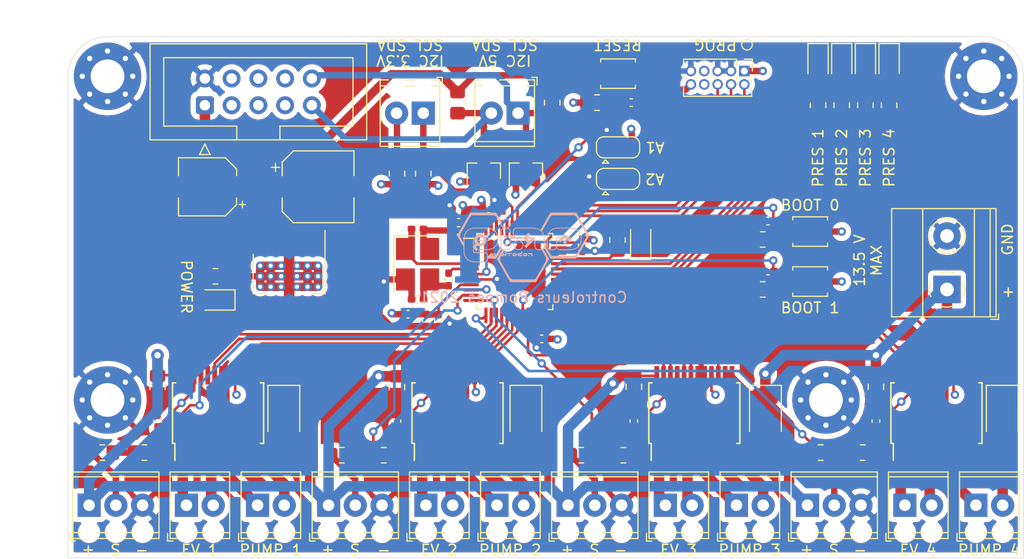
<source format=kicad_pcb>
(kicad_pcb (version 20171130) (host pcbnew 5.1.9-1.fc33)
  (layers (0 F.Cu signal) (1 In1.Cu power) (2 In2.Cu power) (31 B.Cu signal) (34 B.Paste user) (35 F.Paste user) (36 B.SilkS user) (37 F.SilkS user) (38 B.Mask user) (39 F.Mask user) (44 Edge.Cuts user))
  (net 0 "")
  (net 1 GND)
  (net 2 +5V)
  (net 3 +3V3)
  (net 4 BOOT0)
  (net 5 NRST)
  (net 6 BOOT1)
  (net 7 OSC_IN)
  (net 8 +3.3VA)
  (net 9 "Net-(C13-Pad1)")
  (net 10 +12V)
  (net 11 "Net-(D1-Pad2)")
  (net 12 "Net-(D2-Pad2)")
  (net 13 "Net-(J1-Pad8)")
  (net 14 "Net-(J1-Pad7)")
  (net 15 SWO)
  (net 16 SWCLK)
  (net 17 SWDIO)
  (net 18 SDA_5)
  (net 19 SCL_5)
  (net 20 SDA_33)
  (net 21 SCL_33)
  (net 22 "Net-(J5-Pad8)")
  (net 23 "Net-(J5-Pad6)")
  (net 24 "Net-(J5-Pad4)")
  (net 25 "Net-(J5-Pad7)")
  (net 26 "Net-(J5-Pad5)")
  (net 27 "Net-(J5-Pad3)")
  (net 28 "Net-(J14-Pad2)")
  (net 29 "Net-(J15-Pad2)")
  (net 30 "Net-(J15-Pad1)")
  (net 31 "Net-(J16-Pad2)")
  (net 32 "Net-(J16-Pad1)")
  (net 33 "Net-(J17-Pad2)")
  (net 34 ADD1)
  (net 35 ADD2)
  (net 36 HEART_BEAT)
  (net 37 OSC_OUT)
  (net 38 STBY_1)
  (net 39 VAC_1)
  (net 40 STBY_2)
  (net 41 VAC_2)
  (net 42 STBY_3)
  (net 43 VAC_3)
  (net 44 STBY_4)
  (net 45 VAC_4)
  (net 46 "Net-(U2-Pad46)")
  (net 47 "Net-(U2-Pad45)")
  (net 48 "Net-(U2-Pad38)")
  (net 49 EV_4)
  (net 50 PUMP_4)
  (net 51 EV_3)
  (net 52 PUMP_3)
  (net 53 EV_2)
  (net 54 PUMP_2)
  (net 55 EV_1)
  (net 56 PUMP_1)
  (net 57 "Net-(U2-Pad4)")
  (net 58 "Net-(U2-Pad3)")
  (net 59 "Net-(U2-Pad2)")
  (net 60 "Net-(J6-Pad2)")
  (net 61 "Net-(J6-Pad1)")
  (net 62 "Net-(J7-Pad2)")
  (net 63 "Net-(J7-Pad1)")
  (net 64 "Net-(J8-Pad2)")
  (net 65 "Net-(J9-Pad2)")
  (net 66 "Net-(J9-Pad1)")
  (net 67 "Net-(J10-Pad2)")
  (net 68 "Net-(J10-Pad1)")
  (net 69 "Net-(J11-Pad2)")
  (net 70 "Net-(J12-Pad2)")
  (net 71 "Net-(J12-Pad1)")
  (net 72 "Net-(J13-Pad2)")
  (net 73 "Net-(J13-Pad1)")
  (net 74 "Net-(D3-Pad2)")
  (net 75 "Net-(D4-Pad2)")
  (net 76 "Net-(D5-Pad2)")
  (net 77 "Net-(D6-Pad2)")
  (net 78 PRES_1)
  (net 79 PRES_2)
  (net 80 PRES_3)
  (net 81 PRES_4)
  (module ARIG:Logo_ARIG_12_6x6_6 (layer B.Cu) (at 143.25 91.75 180)
    (fp_text reference G*** hide)
    (fp_text value LOGO hide)
  )
  (module Resistor_SMD:R_0805_2012Metric_Pad1.20x1.40mm_HandSolder (layer F.Cu) (at 178 78.25 90)
    (fp_text reference R20 hide)
    (fp_text value 33)
    (pad 2 smd roundrect (at 1 0 90) (size 1.2 1.4) (layers F.Cu F.Paste F.Mask) (roundrect_rratio 0.208333) (net 77 "Net-(D6-Pad2)"))
    (pad 1 smd roundrect (at -1 0 90) (size 1.2 1.4) (layers F.Cu F.Paste F.Mask) (roundrect_rratio 0.208333) (net 78 PRES_1))
  )
  (module Resistor_SMD:R_0805_2012Metric_Pad1.20x1.40mm_HandSolder (layer F.Cu) (at 175.75 78.25 90)
    (fp_text reference R17 hide)
    (fp_text value 33)
    (pad 2 smd roundrect (at 1 0 90) (size 1.2 1.4) (layers F.Cu F.Paste F.Mask) (roundrect_rratio 0.208333) (net 76 "Net-(D5-Pad2)"))
    (pad 1 smd roundrect (at -1 0 90) (size 1.2 1.4) (layers F.Cu F.Paste F.Mask) (roundrect_rratio 0.208333) (net 79 PRES_2))
  )
  (module Resistor_SMD:R_0805_2012Metric_Pad1.20x1.40mm_HandSolder (layer F.Cu) (at 173.5 78.25 90)
    (fp_text reference R14 hide)
    (fp_text value 33)
    (pad 2 smd roundrect (at 1 0 90) (size 1.2 1.4) (layers F.Cu F.Paste F.Mask) (roundrect_rratio 0.208333) (net 75 "Net-(D4-Pad2)"))
    (pad 1 smd roundrect (at -1 0 90) (size 1.2 1.4) (layers F.Cu F.Paste F.Mask) (roundrect_rratio 0.208333) (net 80 PRES_3))
  )
  (module Resistor_SMD:R_0805_2012Metric_Pad1.20x1.40mm_HandSolder (layer F.Cu) (at 171.25 78.25 90)
    (fp_text reference R11 hide)
    (fp_text value 33)
    (pad 2 smd roundrect (at 1 0 90) (size 1.2 1.4) (layers F.Cu F.Paste F.Mask) (roundrect_rratio 0.208333) (net 74 "Net-(D3-Pad2)"))
    (pad 1 smd roundrect (at -1 0 90) (size 1.2 1.4) (layers F.Cu F.Paste F.Mask) (roundrect_rratio 0.208333) (net 81 PRES_4))
  )
  (module LED_SMD:LED_0805_2012Metric_Pad1.15x1.40mm_HandSolder (layer F.Cu) (at 178 74.25 270)
    (fp_text reference D6 hide)
    (fp_text value Green)
    (pad 2 smd roundrect (at 1.025 0 270) (size 1.15 1.4) (layers F.Cu F.Paste F.Mask) (roundrect_rratio 0.217391) (net 77 "Net-(D6-Pad2)"))
    (pad 1 smd roundrect (at -1.025 0 270) (size 1.15 1.4) (layers F.Cu F.Paste F.Mask) (roundrect_rratio 0.217391) (net 1 GND))
  )
  (module LED_SMD:LED_0805_2012Metric_Pad1.15x1.40mm_HandSolder (layer F.Cu) (at 175.75 74.25 270)
    (fp_text reference D5 hide)
    (fp_text value Green)
    (pad 2 smd roundrect (at 1.025 0 270) (size 1.15 1.4) (layers F.Cu F.Paste F.Mask) (roundrect_rratio 0.217391) (net 76 "Net-(D5-Pad2)"))
    (pad 1 smd roundrect (at -1.025 0 270) (size 1.15 1.4) (layers F.Cu F.Paste F.Mask) (roundrect_rratio 0.217391) (net 1 GND))
  )
  (module LED_SMD:LED_0805_2012Metric_Pad1.15x1.40mm_HandSolder (layer F.Cu) (at 173.5 74.25 270)
    (fp_text reference D4 hide)
    (fp_text value Green)
    (pad 2 smd roundrect (at 1.025 0 270) (size 1.15 1.4) (layers F.Cu F.Paste F.Mask) (roundrect_rratio 0.217391) (net 75 "Net-(D4-Pad2)"))
    (pad 1 smd roundrect (at -1.025 0 270) (size 1.15 1.4) (layers F.Cu F.Paste F.Mask) (roundrect_rratio 0.217391) (net 1 GND))
  )
  (module LED_SMD:LED_0805_2012Metric_Pad1.15x1.40mm_HandSolder (layer F.Cu) (at 171.25 74.25 270)
    (fp_text reference D3 hide)
    (fp_text value Green)
    (pad 2 smd roundrect (at 1.025 0 270) (size 1.15 1.4) (layers F.Cu F.Paste F.Mask) (roundrect_rratio 0.217391) (net 74 "Net-(D3-Pad2)"))
    (pad 1 smd roundrect (at -1.025 0 270) (size 1.15 1.4) (layers F.Cu F.Paste F.Mask) (roundrect_rratio 0.217391) (net 1 GND))
  )
  (module Capacitor_Tantalum_SMD:CP_EIA-3528-21_Kemet-B_Pad1.50x2.35mm_HandSolder (layer F.Cu) (at 188.75 107.5 270)
    (fp_text reference C30 hide)
    (fp_text value 10u)
    (pad 2 smd roundrect (at 1.625 0 270) (size 1.5 2.35) (layers F.Cu F.Paste F.Mask) (roundrect_rratio 0.166667) (net 1 GND))
    (pad 1 smd roundrect (at -1.625 0 270) (size 1.5 2.35) (layers F.Cu F.Paste F.Mask) (roundrect_rratio 0.166667) (net 10 +12V))
  )
  (module Capacitor_Tantalum_SMD:CP_EIA-3528-21_Kemet-B_Pad1.50x2.35mm_HandSolder (layer F.Cu) (at 166.25 107.5 270)
    (fp_text reference C26 hide)
    (fp_text value 10u)
    (pad 2 smd roundrect (at 1.625 0 270) (size 1.5 2.35) (layers F.Cu F.Paste F.Mask) (roundrect_rratio 0.166667) (net 1 GND))
    (pad 1 smd roundrect (at -1.625 0 270) (size 1.5 2.35) (layers F.Cu F.Paste F.Mask) (roundrect_rratio 0.166667) (net 10 +12V))
  )
  (module Capacitor_Tantalum_SMD:CP_EIA-3528-21_Kemet-B_Pad1.50x2.35mm_HandSolder (layer F.Cu) (at 143.5 107.5 270)
    (fp_text reference C22 hide)
    (fp_text value 10u)
    (pad 2 smd roundrect (at 1.625 0 270) (size 1.5 2.35) (layers F.Cu F.Paste F.Mask) (roundrect_rratio 0.166667) (net 1 GND))
    (pad 1 smd roundrect (at -1.625 0 270) (size 1.5 2.35) (layers F.Cu F.Paste F.Mask) (roundrect_rratio 0.166667) (net 10 +12V))
  )
  (module Capacitor_Tantalum_SMD:CP_EIA-3528-21_Kemet-B_Pad1.50x2.35mm_HandSolder (layer F.Cu) (at 120.5 107.5 270)
    (fp_text reference C18 hide)
    (fp_text value 10u)
    (pad 2 smd roundrect (at 1.625 0 270) (size 1.5 2.35) (layers F.Cu F.Paste F.Mask) (roundrect_rratio 0.166667) (net 1 GND))
    (pad 1 smd roundrect (at -1.625 0 270) (size 1.5 2.35) (layers F.Cu F.Paste F.Mask) (roundrect_rratio 0.166667) (net 10 +12V))
  )
  (module Package_SO:SSOP-24_5.3x8.2mm_P0.65mm (layer F.Cu) (at 182.5 107.5 90)
    (fp_text reference U6 hide)
    (fp_text value TB6612FNG)
    (pad 24 smd rect (at 3.6 -3.575 90) (size 1.75 0.45) (layers F.Cu F.Paste F.Mask) (net 10 +12V))
    (pad 23 smd rect (at 3.6 -2.925 90) (size 1.75 0.45) (layers F.Cu F.Paste F.Mask) (net 49 EV_4))
    (pad 22 smd rect (at 3.6 -2.275 90) (size 1.75 0.45) (layers F.Cu F.Paste F.Mask) (net 3 +3V3))
    (pad 21 smd rect (at 3.6 -1.625 90) (size 1.75 0.45) (layers F.Cu F.Paste F.Mask) (net 1 GND))
    (pad 20 smd rect (at 3.6 -0.975 90) (size 1.75 0.45) (layers F.Cu F.Paste F.Mask) (net 3 +3V3))
    (pad 19 smd rect (at 3.6 -0.325 90) (size 1.75 0.45) (layers F.Cu F.Paste F.Mask) (net 44 STBY_4))
    (pad 18 smd rect (at 3.6 0.325 90) (size 1.75 0.45) (layers F.Cu F.Paste F.Mask) (net 1 GND))
    (pad 17 smd rect (at 3.6 0.975 90) (size 1.75 0.45) (layers F.Cu F.Paste F.Mask) (net 1 GND))
    (pad 16 smd rect (at 3.6 1.625 90) (size 1.75 0.45) (layers F.Cu F.Paste F.Mask) (net 3 +3V3))
    (pad 15 smd rect (at 3.6 2.275 90) (size 1.75 0.45) (layers F.Cu F.Paste F.Mask) (net 50 PUMP_4))
    (pad 14 smd rect (at 3.6 2.925 90) (size 1.75 0.45) (layers F.Cu F.Paste F.Mask) (net 10 +12V))
    (pad 13 smd rect (at 3.6 3.575 90) (size 1.75 0.45) (layers F.Cu F.Paste F.Mask) (net 10 +12V))
    (pad 12 smd rect (at -3.6 3.575 90) (size 1.75 0.45) (layers F.Cu F.Paste F.Mask) (net 29 "Net-(J15-Pad2)"))
    (pad 11 smd rect (at -3.6 2.925 90) (size 1.75 0.45) (layers F.Cu F.Paste F.Mask) (net 29 "Net-(J15-Pad2)"))
    (pad 10 smd rect (at -3.6 2.275 90) (size 1.75 0.45) (layers F.Cu F.Paste F.Mask) (net 1 GND))
    (pad 9 smd rect (at -3.6 1.625 90) (size 1.75 0.45) (layers F.Cu F.Paste F.Mask) (net 1 GND))
    (pad 8 smd rect (at -3.6 0.975 90) (size 1.75 0.45) (layers F.Cu F.Paste F.Mask) (net 30 "Net-(J15-Pad1)"))
    (pad 7 smd rect (at -3.6 0.325 90) (size 1.75 0.45) (layers F.Cu F.Paste F.Mask) (net 30 "Net-(J15-Pad1)"))
    (pad 6 smd rect (at -3.6 -0.325 90) (size 1.75 0.45) (layers F.Cu F.Paste F.Mask) (net 31 "Net-(J16-Pad2)"))
    (pad 5 smd rect (at -3.6 -0.975 90) (size 1.75 0.45) (layers F.Cu F.Paste F.Mask) (net 31 "Net-(J16-Pad2)"))
    (pad 4 smd rect (at -3.6 -1.625 90) (size 1.75 0.45) (layers F.Cu F.Paste F.Mask) (net 1 GND))
    (pad 3 smd rect (at -3.6 -2.275 90) (size 1.75 0.45) (layers F.Cu F.Paste F.Mask) (net 1 GND))
    (pad 2 smd rect (at -3.6 -2.925 90) (size 1.75 0.45) (layers F.Cu F.Paste F.Mask) (net 32 "Net-(J16-Pad1)"))
    (pad 1 smd rect (at -3.6 -3.575 90) (size 1.75 0.45) (layers F.Cu F.Paste F.Mask) (net 32 "Net-(J16-Pad1)"))
  )
  (module Package_SO:SSOP-24_5.3x8.2mm_P0.65mm (layer F.Cu) (at 159.5 107.5 90)
    (fp_text reference U5 hide)
    (fp_text value TB6612FNG)
    (pad 24 smd rect (at 3.6 -3.575 90) (size 1.75 0.45) (layers F.Cu F.Paste F.Mask) (net 10 +12V))
    (pad 23 smd rect (at 3.6 -2.925 90) (size 1.75 0.45) (layers F.Cu F.Paste F.Mask) (net 51 EV_3))
    (pad 22 smd rect (at 3.6 -2.275 90) (size 1.75 0.45) (layers F.Cu F.Paste F.Mask) (net 3 +3V3))
    (pad 21 smd rect (at 3.6 -1.625 90) (size 1.75 0.45) (layers F.Cu F.Paste F.Mask) (net 1 GND))
    (pad 20 smd rect (at 3.6 -0.975 90) (size 1.75 0.45) (layers F.Cu F.Paste F.Mask) (net 3 +3V3))
    (pad 19 smd rect (at 3.6 -0.325 90) (size 1.75 0.45) (layers F.Cu F.Paste F.Mask) (net 42 STBY_3))
    (pad 18 smd rect (at 3.6 0.325 90) (size 1.75 0.45) (layers F.Cu F.Paste F.Mask) (net 1 GND))
    (pad 17 smd rect (at 3.6 0.975 90) (size 1.75 0.45) (layers F.Cu F.Paste F.Mask) (net 1 GND))
    (pad 16 smd rect (at 3.6 1.625 90) (size 1.75 0.45) (layers F.Cu F.Paste F.Mask) (net 3 +3V3))
    (pad 15 smd rect (at 3.6 2.275 90) (size 1.75 0.45) (layers F.Cu F.Paste F.Mask) (net 52 PUMP_3))
    (pad 14 smd rect (at 3.6 2.925 90) (size 1.75 0.45) (layers F.Cu F.Paste F.Mask) (net 10 +12V))
    (pad 13 smd rect (at 3.6 3.575 90) (size 1.75 0.45) (layers F.Cu F.Paste F.Mask) (net 10 +12V))
    (pad 12 smd rect (at -3.6 3.575 90) (size 1.75 0.45) (layers F.Cu F.Paste F.Mask) (net 70 "Net-(J12-Pad2)"))
    (pad 11 smd rect (at -3.6 2.925 90) (size 1.75 0.45) (layers F.Cu F.Paste F.Mask) (net 70 "Net-(J12-Pad2)"))
    (pad 10 smd rect (at -3.6 2.275 90) (size 1.75 0.45) (layers F.Cu F.Paste F.Mask) (net 1 GND))
    (pad 9 smd rect (at -3.6 1.625 90) (size 1.75 0.45) (layers F.Cu F.Paste F.Mask) (net 1 GND))
    (pad 8 smd rect (at -3.6 0.975 90) (size 1.75 0.45) (layers F.Cu F.Paste F.Mask) (net 71 "Net-(J12-Pad1)"))
    (pad 7 smd rect (at -3.6 0.325 90) (size 1.75 0.45) (layers F.Cu F.Paste F.Mask) (net 71 "Net-(J12-Pad1)"))
    (pad 6 smd rect (at -3.6 -0.325 90) (size 1.75 0.45) (layers F.Cu F.Paste F.Mask) (net 72 "Net-(J13-Pad2)"))
    (pad 5 smd rect (at -3.6 -0.975 90) (size 1.75 0.45) (layers F.Cu F.Paste F.Mask) (net 72 "Net-(J13-Pad2)"))
    (pad 4 smd rect (at -3.6 -1.625 90) (size 1.75 0.45) (layers F.Cu F.Paste F.Mask) (net 1 GND))
    (pad 3 smd rect (at -3.6 -2.275 90) (size 1.75 0.45) (layers F.Cu F.Paste F.Mask) (net 1 GND))
    (pad 2 smd rect (at -3.6 -2.925 90) (size 1.75 0.45) (layers F.Cu F.Paste F.Mask) (net 73 "Net-(J13-Pad1)"))
    (pad 1 smd rect (at -3.6 -3.575 90) (size 1.75 0.45) (layers F.Cu F.Paste F.Mask) (net 73 "Net-(J13-Pad1)"))
  )
  (module Package_SO:SSOP-24_5.3x8.2mm_P0.65mm (layer F.Cu) (at 137 107.5 90)
    (fp_text reference U4 hide)
    (fp_text value TB6612FNG)
    (pad 24 smd rect (at 3.6 -3.575 90) (size 1.75 0.45) (layers F.Cu F.Paste F.Mask) (net 10 +12V))
    (pad 23 smd rect (at 3.6 -2.925 90) (size 1.75 0.45) (layers F.Cu F.Paste F.Mask) (net 53 EV_2))
    (pad 22 smd rect (at 3.6 -2.275 90) (size 1.75 0.45) (layers F.Cu F.Paste F.Mask) (net 3 +3V3))
    (pad 21 smd rect (at 3.6 -1.625 90) (size 1.75 0.45) (layers F.Cu F.Paste F.Mask) (net 1 GND))
    (pad 20 smd rect (at 3.6 -0.975 90) (size 1.75 0.45) (layers F.Cu F.Paste F.Mask) (net 3 +3V3))
    (pad 19 smd rect (at 3.6 -0.325 90) (size 1.75 0.45) (layers F.Cu F.Paste F.Mask) (net 40 STBY_2))
    (pad 18 smd rect (at 3.6 0.325 90) (size 1.75 0.45) (layers F.Cu F.Paste F.Mask) (net 1 GND))
    (pad 17 smd rect (at 3.6 0.975 90) (size 1.75 0.45) (layers F.Cu F.Paste F.Mask) (net 1 GND))
    (pad 16 smd rect (at 3.6 1.625 90) (size 1.75 0.45) (layers F.Cu F.Paste F.Mask) (net 3 +3V3))
    (pad 15 smd rect (at 3.6 2.275 90) (size 1.75 0.45) (layers F.Cu F.Paste F.Mask) (net 54 PUMP_2))
    (pad 14 smd rect (at 3.6 2.925 90) (size 1.75 0.45) (layers F.Cu F.Paste F.Mask) (net 10 +12V))
    (pad 13 smd rect (at 3.6 3.575 90) (size 1.75 0.45) (layers F.Cu F.Paste F.Mask) (net 10 +12V))
    (pad 12 smd rect (at -3.6 3.575 90) (size 1.75 0.45) (layers F.Cu F.Paste F.Mask) (net 65 "Net-(J9-Pad2)"))
    (pad 11 smd rect (at -3.6 2.925 90) (size 1.75 0.45) (layers F.Cu F.Paste F.Mask) (net 65 "Net-(J9-Pad2)"))
    (pad 10 smd rect (at -3.6 2.275 90) (size 1.75 0.45) (layers F.Cu F.Paste F.Mask) (net 1 GND))
    (pad 9 smd rect (at -3.6 1.625 90) (size 1.75 0.45) (layers F.Cu F.Paste F.Mask) (net 1 GND))
    (pad 8 smd rect (at -3.6 0.975 90) (size 1.75 0.45) (layers F.Cu F.Paste F.Mask) (net 66 "Net-(J9-Pad1)"))
    (pad 7 smd rect (at -3.6 0.325 90) (size 1.75 0.45) (layers F.Cu F.Paste F.Mask) (net 66 "Net-(J9-Pad1)"))
    (pad 6 smd rect (at -3.6 -0.325 90) (size 1.75 0.45) (layers F.Cu F.Paste F.Mask) (net 67 "Net-(J10-Pad2)"))
    (pad 5 smd rect (at -3.6 -0.975 90) (size 1.75 0.45) (layers F.Cu F.Paste F.Mask) (net 67 "Net-(J10-Pad2)"))
    (pad 4 smd rect (at -3.6 -1.625 90) (size 1.75 0.45) (layers F.Cu F.Paste F.Mask) (net 1 GND))
    (pad 3 smd rect (at -3.6 -2.275 90) (size 1.75 0.45) (layers F.Cu F.Paste F.Mask) (net 1 GND))
    (pad 2 smd rect (at -3.6 -2.925 90) (size 1.75 0.45) (layers F.Cu F.Paste F.Mask) (net 68 "Net-(J10-Pad1)"))
    (pad 1 smd rect (at -3.6 -3.575 90) (size 1.75 0.45) (layers F.Cu F.Paste F.Mask) (net 68 "Net-(J10-Pad1)"))
  )
  (module Package_SO:SSOP-24_5.3x8.2mm_P0.65mm (layer F.Cu) (at 114.25 107.5 90)
    (fp_text reference U3 hide)
    (fp_text value TB6612FNG)
    (pad 24 smd rect (at 3.6 -3.575 90) (size 1.75 0.45) (layers F.Cu F.Paste F.Mask) (net 10 +12V))
    (pad 23 smd rect (at 3.6 -2.925 90) (size 1.75 0.45) (layers F.Cu F.Paste F.Mask) (net 55 EV_1))
    (pad 22 smd rect (at 3.6 -2.275 90) (size 1.75 0.45) (layers F.Cu F.Paste F.Mask) (net 3 +3V3))
    (pad 21 smd rect (at 3.6 -1.625 90) (size 1.75 0.45) (layers F.Cu F.Paste F.Mask) (net 1 GND))
    (pad 20 smd rect (at 3.6 -0.975 90) (size 1.75 0.45) (layers F.Cu F.Paste F.Mask) (net 3 +3V3))
    (pad 19 smd rect (at 3.6 -0.325 90) (size 1.75 0.45) (layers F.Cu F.Paste F.Mask) (net 38 STBY_1))
    (pad 18 smd rect (at 3.6 0.325 90) (size 1.75 0.45) (layers F.Cu F.Paste F.Mask) (net 1 GND))
    (pad 17 smd rect (at 3.6 0.975 90) (size 1.75 0.45) (layers F.Cu F.Paste F.Mask) (net 1 GND))
    (pad 16 smd rect (at 3.6 1.625 90) (size 1.75 0.45) (layers F.Cu F.Paste F.Mask) (net 3 +3V3))
    (pad 15 smd rect (at 3.6 2.275 90) (size 1.75 0.45) (layers F.Cu F.Paste F.Mask) (net 56 PUMP_1))
    (pad 14 smd rect (at 3.6 2.925 90) (size 1.75 0.45) (layers F.Cu F.Paste F.Mask) (net 10 +12V))
    (pad 13 smd rect (at 3.6 3.575 90) (size 1.75 0.45) (layers F.Cu F.Paste F.Mask) (net 10 +12V))
    (pad 12 smd rect (at -3.6 3.575 90) (size 1.75 0.45) (layers F.Cu F.Paste F.Mask) (net 60 "Net-(J6-Pad2)"))
    (pad 11 smd rect (at -3.6 2.925 90) (size 1.75 0.45) (layers F.Cu F.Paste F.Mask) (net 60 "Net-(J6-Pad2)"))
    (pad 10 smd rect (at -3.6 2.275 90) (size 1.75 0.45) (layers F.Cu F.Paste F.Mask) (net 1 GND))
    (pad 9 smd rect (at -3.6 1.625 90) (size 1.75 0.45) (layers F.Cu F.Paste F.Mask) (net 1 GND))
    (pad 8 smd rect (at -3.6 0.975 90) (size 1.75 0.45) (layers F.Cu F.Paste F.Mask) (net 61 "Net-(J6-Pad1)"))
    (pad 7 smd rect (at -3.6 0.325 90) (size 1.75 0.45) (layers F.Cu F.Paste F.Mask) (net 61 "Net-(J6-Pad1)"))
    (pad 6 smd rect (at -3.6 -0.325 90) (size 1.75 0.45) (layers F.Cu F.Paste F.Mask) (net 62 "Net-(J7-Pad2)"))
    (pad 5 smd rect (at -3.6 -0.975 90) (size 1.75 0.45) (layers F.Cu F.Paste F.Mask) (net 62 "Net-(J7-Pad2)"))
    (pad 4 smd rect (at -3.6 -1.625 90) (size 1.75 0.45) (layers F.Cu F.Paste F.Mask) (net 1 GND))
    (pad 3 smd rect (at -3.6 -2.275 90) (size 1.75 0.45) (layers F.Cu F.Paste F.Mask) (net 1 GND))
    (pad 2 smd rect (at -3.6 -2.925 90) (size 1.75 0.45) (layers F.Cu F.Paste F.Mask) (net 63 "Net-(J7-Pad1)"))
    (pad 1 smd rect (at -3.6 -3.575 90) (size 1.75 0.45) (layers F.Cu F.Paste F.Mask) (net 63 "Net-(J7-Pad1)"))
  )
  (module Resistor_SMD:R_0805_2012Metric_Pad1.20x1.40mm_HandSolder (layer F.Cu) (at 175.5 111.25)
    (fp_text reference R22 hide)
    (fp_text value 4.7k)
    (pad 2 smd roundrect (at 1 0) (size 1.2 1.4) (layers F.Cu F.Paste F.Mask) (roundrect_rratio 0.208333) (net 1 GND))
    (pad 1 smd roundrect (at -1 0) (size 1.2 1.4) (layers F.Cu F.Paste F.Mask) (roundrect_rratio 0.208333) (net 45 VAC_4))
  )
  (module Resistor_SMD:R_0805_2012Metric_Pad1.20x1.40mm_HandSolder (layer F.Cu) (at 171.5 111.25)
    (fp_text reference R21 hide)
    (fp_text value 2.4k)
    (pad 2 smd roundrect (at 1 0) (size 1.2 1.4) (layers F.Cu F.Paste F.Mask) (roundrect_rratio 0.208333) (net 45 VAC_4))
    (pad 1 smd roundrect (at -1 0) (size 1.2 1.4) (layers F.Cu F.Paste F.Mask) (roundrect_rratio 0.208333) (net 33 "Net-(J17-Pad2)"))
  )
  (module Resistor_SMD:R_0805_2012Metric_Pad1.20x1.40mm_HandSolder (layer F.Cu) (at 152.75 111.5)
    (fp_text reference R19 hide)
    (fp_text value 4.7k)
    (pad 2 smd roundrect (at 1 0) (size 1.2 1.4) (layers F.Cu F.Paste F.Mask) (roundrect_rratio 0.208333) (net 1 GND))
    (pad 1 smd roundrect (at -1 0) (size 1.2 1.4) (layers F.Cu F.Paste F.Mask) (roundrect_rratio 0.208333) (net 43 VAC_3))
  )
  (module Resistor_SMD:R_0805_2012Metric_Pad1.20x1.40mm_HandSolder (layer F.Cu) (at 148.75 111.5)
    (fp_text reference R18 hide)
    (fp_text value 2.4k)
    (pad 2 smd roundrect (at 1 0) (size 1.2 1.4) (layers F.Cu F.Paste F.Mask) (roundrect_rratio 0.208333) (net 43 VAC_3))
    (pad 1 smd roundrect (at -1 0) (size 1.2 1.4) (layers F.Cu F.Paste F.Mask) (roundrect_rratio 0.208333) (net 28 "Net-(J14-Pad2)"))
  )
  (module Resistor_SMD:R_0805_2012Metric_Pad1.20x1.40mm_HandSolder (layer F.Cu) (at 130 111.5)
    (fp_text reference R16 hide)
    (fp_text value 4.7k)
    (pad 2 smd roundrect (at 1 0) (size 1.2 1.4) (layers F.Cu F.Paste F.Mask) (roundrect_rratio 0.208333) (net 1 GND))
    (pad 1 smd roundrect (at -1 0) (size 1.2 1.4) (layers F.Cu F.Paste F.Mask) (roundrect_rratio 0.208333) (net 41 VAC_2))
  )
  (module Resistor_SMD:R_0805_2012Metric_Pad1.20x1.40mm_HandSolder (layer F.Cu) (at 126 111.5)
    (fp_text reference R15 hide)
    (fp_text value 2.4k)
    (pad 2 smd roundrect (at 1 0) (size 1.2 1.4) (layers F.Cu F.Paste F.Mask) (roundrect_rratio 0.208333) (net 41 VAC_2))
    (pad 1 smd roundrect (at -1 0) (size 1.2 1.4) (layers F.Cu F.Paste F.Mask) (roundrect_rratio 0.208333) (net 69 "Net-(J11-Pad2)"))
  )
  (module Resistor_SMD:R_0805_2012Metric_Pad1.20x1.40mm_HandSolder (layer F.Cu) (at 107.25 111.25)
    (fp_text reference R13 hide)
    (fp_text value 4.7k)
    (pad 2 smd roundrect (at 1 0) (size 1.2 1.4) (layers F.Cu F.Paste F.Mask) (roundrect_rratio 0.208333) (net 1 GND))
    (pad 1 smd roundrect (at -1 0) (size 1.2 1.4) (layers F.Cu F.Paste F.Mask) (roundrect_rratio 0.208333) (net 39 VAC_1))
  )
  (module Resistor_SMD:R_0805_2012Metric_Pad1.20x1.40mm_HandSolder (layer F.Cu) (at 103.25 111.25)
    (fp_text reference R12 hide)
    (fp_text value 2.4k)
    (pad 2 smd roundrect (at 1 0) (size 1.2 1.4) (layers F.Cu F.Paste F.Mask) (roundrect_rratio 0.208333) (net 39 VAC_1))
    (pad 1 smd roundrect (at -1 0) (size 1.2 1.4) (layers F.Cu F.Paste F.Mask) (roundrect_rratio 0.208333) (net 64 "Net-(J8-Pad2)"))
  )
  (module TerminalBlock_Phoenix:TerminalBlock_Phoenix_MPT-0,5-3-2.54_1x03_P2.54mm_Horizontal (layer F.Cu) (at 170.25 116.25)
    (fp_text reference J17 hide)
    (fp_text value VACUOSTAT)
    (pad "" np_thru_hole circle (at 5.08 2.54) (size 1.1 1.1) (drill 1.1) (layers *.Cu *.Mask))
    (pad 3 thru_hole circle (at 5.08 0) (size 2.2 2.2) (drill 1.1) (layers *.Cu *.Mask) (net 1 GND))
    (pad "" np_thru_hole circle (at 2.54 2.54) (size 1.1 1.1) (drill 1.1) (layers *.Cu *.Mask))
    (pad 2 thru_hole circle (at 2.54 0) (size 2.2 2.2) (drill 1.1) (layers *.Cu *.Mask) (net 33 "Net-(J17-Pad2)"))
    (pad "" np_thru_hole circle (at 0 2.54) (size 1.1 1.1) (drill 1.1) (layers *.Cu *.Mask))
    (pad 1 thru_hole rect (at 0 0) (size 2.2 2.2) (drill 1.1) (layers *.Cu *.Mask) (net 10 +12V))
  )
  (module TerminalBlock_Phoenix:TerminalBlock_Phoenix_MPT-0,5-2-2.54_1x02_P2.54mm_Horizontal (layer F.Cu) (at 179.5 116.25)
    (fp_text reference J16 hide)
    (fp_text value EV)
    (pad "" np_thru_hole circle (at 2.54 2.54) (size 1.1 1.1) (drill 1.1) (layers *.Cu *.Mask))
    (pad 2 thru_hole circle (at 2.54 0) (size 2.2 2.2) (drill 1.1) (layers *.Cu *.Mask) (net 31 "Net-(J16-Pad2)"))
    (pad "" np_thru_hole circle (at 0 2.54) (size 1.1 1.1) (drill 1.1) (layers *.Cu *.Mask))
    (pad 1 thru_hole rect (at 0 0) (size 2.2 2.2) (drill 1.1) (layers *.Cu *.Mask) (net 32 "Net-(J16-Pad1)"))
  )
  (module TerminalBlock_Phoenix:TerminalBlock_Phoenix_MPT-0,5-2-2.54_1x02_P2.54mm_Horizontal (layer F.Cu) (at 186.25 116.25)
    (fp_text reference J15 hide)
    (fp_text value PV)
    (pad "" np_thru_hole circle (at 2.54 2.54) (size 1.1 1.1) (drill 1.1) (layers *.Cu *.Mask))
    (pad 2 thru_hole circle (at 2.54 0) (size 2.2 2.2) (drill 1.1) (layers *.Cu *.Mask) (net 29 "Net-(J15-Pad2)"))
    (pad "" np_thru_hole circle (at 0 2.54) (size 1.1 1.1) (drill 1.1) (layers *.Cu *.Mask))
    (pad 1 thru_hole rect (at 0 0) (size 2.2 2.2) (drill 1.1) (layers *.Cu *.Mask) (net 30 "Net-(J15-Pad1)"))
  )
  (module TerminalBlock_Phoenix:TerminalBlock_Phoenix_MPT-0,5-3-2.54_1x03_P2.54mm_Horizontal (layer F.Cu) (at 147.5 116.25)
    (fp_text reference J14 hide)
    (fp_text value VACUOSTAT)
    (pad "" np_thru_hole circle (at 5.08 2.54) (size 1.1 1.1) (drill 1.1) (layers *.Cu *.Mask))
    (pad 3 thru_hole circle (at 5.08 0) (size 2.2 2.2) (drill 1.1) (layers *.Cu *.Mask) (net 1 GND))
    (pad "" np_thru_hole circle (at 2.54 2.54) (size 1.1 1.1) (drill 1.1) (layers *.Cu *.Mask))
    (pad 2 thru_hole circle (at 2.54 0) (size 2.2 2.2) (drill 1.1) (layers *.Cu *.Mask) (net 28 "Net-(J14-Pad2)"))
    (pad "" np_thru_hole circle (at 0 2.54) (size 1.1 1.1) (drill 1.1) (layers *.Cu *.Mask))
    (pad 1 thru_hole rect (at 0 0) (size 2.2 2.2) (drill 1.1) (layers *.Cu *.Mask) (net 10 +12V))
  )
  (module TerminalBlock_Phoenix:TerminalBlock_Phoenix_MPT-0,5-2-2.54_1x02_P2.54mm_Horizontal (layer F.Cu) (at 156.75 116.25)
    (fp_text reference J13 hide)
    (fp_text value EV)
    (pad "" np_thru_hole circle (at 2.54 2.54) (size 1.1 1.1) (drill 1.1) (layers *.Cu *.Mask))
    (pad 2 thru_hole circle (at 2.54 0) (size 2.2 2.2) (drill 1.1) (layers *.Cu *.Mask) (net 72 "Net-(J13-Pad2)"))
    (pad "" np_thru_hole circle (at 0 2.54) (size 1.1 1.1) (drill 1.1) (layers *.Cu *.Mask))
    (pad 1 thru_hole rect (at 0 0) (size 2.2 2.2) (drill 1.1) (layers *.Cu *.Mask) (net 73 "Net-(J13-Pad1)"))
  )
  (module TerminalBlock_Phoenix:TerminalBlock_Phoenix_MPT-0,5-2-2.54_1x02_P2.54mm_Horizontal (layer F.Cu) (at 163.5 116.25)
    (fp_text reference J12 hide)
    (fp_text value PV)
    (pad "" np_thru_hole circle (at 2.54 2.54) (size 1.1 1.1) (drill 1.1) (layers *.Cu *.Mask))
    (pad 2 thru_hole circle (at 2.54 0) (size 2.2 2.2) (drill 1.1) (layers *.Cu *.Mask) (net 70 "Net-(J12-Pad2)"))
    (pad "" np_thru_hole circle (at 0 2.54) (size 1.1 1.1) (drill 1.1) (layers *.Cu *.Mask))
    (pad 1 thru_hole rect (at 0 0) (size 2.2 2.2) (drill 1.1) (layers *.Cu *.Mask) (net 71 "Net-(J12-Pad1)"))
  )
  (module TerminalBlock_Phoenix:TerminalBlock_Phoenix_MPT-0,5-3-2.54_1x03_P2.54mm_Horizontal (layer F.Cu) (at 124.75 116.25)
    (fp_text reference J11 hide)
    (fp_text value VACUOSTAT)
    (pad "" np_thru_hole circle (at 5.08 2.54) (size 1.1 1.1) (drill 1.1) (layers *.Cu *.Mask))
    (pad 3 thru_hole circle (at 5.08 0) (size 2.2 2.2) (drill 1.1) (layers *.Cu *.Mask) (net 1 GND))
    (pad "" np_thru_hole circle (at 2.54 2.54) (size 1.1 1.1) (drill 1.1) (layers *.Cu *.Mask))
    (pad 2 thru_hole circle (at 2.54 0) (size 2.2 2.2) (drill 1.1) (layers *.Cu *.Mask) (net 69 "Net-(J11-Pad2)"))
    (pad "" np_thru_hole circle (at 0 2.54) (size 1.1 1.1) (drill 1.1) (layers *.Cu *.Mask))
    (pad 1 thru_hole rect (at 0 0) (size 2.2 2.2) (drill 1.1) (layers *.Cu *.Mask) (net 10 +12V))
  )
  (module TerminalBlock_Phoenix:TerminalBlock_Phoenix_MPT-0,5-2-2.54_1x02_P2.54mm_Horizontal (layer F.Cu) (at 134 116.25)
    (fp_text reference J10 hide)
    (fp_text value EV)
    (pad "" np_thru_hole circle (at 2.54 2.54) (size 1.1 1.1) (drill 1.1) (layers *.Cu *.Mask))
    (pad 2 thru_hole circle (at 2.54 0) (size 2.2 2.2) (drill 1.1) (layers *.Cu *.Mask) (net 67 "Net-(J10-Pad2)"))
    (pad "" np_thru_hole circle (at 0 2.54) (size 1.1 1.1) (drill 1.1) (layers *.Cu *.Mask))
    (pad 1 thru_hole rect (at 0 0) (size 2.2 2.2) (drill 1.1) (layers *.Cu *.Mask) (net 68 "Net-(J10-Pad1)"))
  )
  (module TerminalBlock_Phoenix:TerminalBlock_Phoenix_MPT-0,5-2-2.54_1x02_P2.54mm_Horizontal (layer F.Cu) (at 140.75 116.25)
    (fp_text reference J9 hide)
    (fp_text value PV)
    (pad "" np_thru_hole circle (at 2.54 2.54) (size 1.1 1.1) (drill 1.1) (layers *.Cu *.Mask))
    (pad 2 thru_hole circle (at 2.54 0) (size 2.2 2.2) (drill 1.1) (layers *.Cu *.Mask) (net 65 "Net-(J9-Pad2)"))
    (pad "" np_thru_hole circle (at 0 2.54) (size 1.1 1.1) (drill 1.1) (layers *.Cu *.Mask))
    (pad 1 thru_hole rect (at 0 0) (size 2.2 2.2) (drill 1.1) (layers *.Cu *.Mask) (net 66 "Net-(J9-Pad1)"))
  )
  (module TerminalBlock_Phoenix:TerminalBlock_Phoenix_MPT-0,5-3-2.54_1x03_P2.54mm_Horizontal (layer F.Cu) (at 102 116.25)
    (fp_text reference J8 hide)
    (fp_text value VACUOSTAT)
    (pad "" np_thru_hole circle (at 5.08 2.54) (size 1.1 1.1) (drill 1.1) (layers *.Cu *.Mask))
    (pad 3 thru_hole circle (at 5.08 0) (size 2.2 2.2) (drill 1.1) (layers *.Cu *.Mask) (net 1 GND))
    (pad "" np_thru_hole circle (at 2.54 2.54) (size 1.1 1.1) (drill 1.1) (layers *.Cu *.Mask))
    (pad 2 thru_hole circle (at 2.54 0) (size 2.2 2.2) (drill 1.1) (layers *.Cu *.Mask) (net 64 "Net-(J8-Pad2)"))
    (pad "" np_thru_hole circle (at 0 2.54) (size 1.1 1.1) (drill 1.1) (layers *.Cu *.Mask))
    (pad 1 thru_hole rect (at 0 0) (size 2.2 2.2) (drill 1.1) (layers *.Cu *.Mask) (net 10 +12V))
  )
  (module TerminalBlock_Phoenix:TerminalBlock_Phoenix_MPT-0,5-2-2.54_1x02_P2.54mm_Horizontal (layer F.Cu) (at 111.25 116.25)
    (fp_text reference J7 hide)
    (fp_text value EV)
    (pad "" np_thru_hole circle (at 2.54 2.54) (size 1.1 1.1) (drill 1.1) (layers *.Cu *.Mask))
    (pad 2 thru_hole circle (at 2.54 0) (size 2.2 2.2) (drill 1.1) (layers *.Cu *.Mask) (net 62 "Net-(J7-Pad2)"))
    (pad "" np_thru_hole circle (at 0 2.54) (size 1.1 1.1) (drill 1.1) (layers *.Cu *.Mask))
    (pad 1 thru_hole rect (at 0 0) (size 2.2 2.2) (drill 1.1) (layers *.Cu *.Mask) (net 63 "Net-(J7-Pad1)"))
  )
  (module TerminalBlock_Phoenix:TerminalBlock_Phoenix_MPT-0,5-2-2.54_1x02_P2.54mm_Horizontal (layer F.Cu) (at 118 116.25)
    (fp_text reference J6 hide)
    (fp_text value PV)
    (pad "" np_thru_hole circle (at 2.54 2.54) (size 1.1 1.1) (drill 1.1) (layers *.Cu *.Mask))
    (pad 2 thru_hole circle (at 2.54 0) (size 2.2 2.2) (drill 1.1) (layers *.Cu *.Mask) (net 60 "Net-(J6-Pad2)"))
    (pad "" np_thru_hole circle (at 0 2.54) (size 1.1 1.1) (drill 1.1) (layers *.Cu *.Mask))
    (pad 1 thru_hole rect (at 0 0) (size 2.2 2.2) (drill 1.1) (layers *.Cu *.Mask) (net 61 "Net-(J6-Pad1)"))
  )
  (module TerminalBlock_Phoenix:TerminalBlock_Phoenix_MKDS-1,5-2-5.08_1x02_P5.08mm_Horizontal (layer F.Cu) (at 183.5 95.75 90)
    (fp_text reference J2 hide)
    (fp_text value PWR_IN)
    (pad 2 thru_hole circle (at 5.08 0 90) (size 2.6 2.6) (drill 1.3) (layers *.Cu *.Mask) (net 1 GND))
    (pad 1 thru_hole rect (at 0 0 90) (size 2.6 2.6) (drill 1.3) (layers *.Cu *.Mask) (net 10 +12V))
  )
  (module Capacitor_SMD:C_0402_1005Metric_Pad0.74x0.62mm_HandSolder (layer F.Cu) (at 176.75 108.25 90)
    (fp_text reference C28 hide)
    (fp_text value 100n)
    (pad 2 smd roundrect (at 0.5675 0 90) (size 0.735 0.62) (layers F.Cu F.Paste F.Mask) (net 1 GND))
    (pad 1 smd roundrect (at -0.5675 0 90) (size 0.735 0.62) (layers F.Cu F.Paste F.Mask) (net 3 +3V3))
  )
  (module Capacitor_SMD:C_0805_2012Metric_Pad1.18x1.45mm_HandSolder (layer F.Cu) (at 176.75 105 270)
    (fp_text reference C27 hide)
    (fp_text value 100n)
    (pad 2 smd roundrect (at 1.0375 0 270) (size 1.175 1.45) (layers F.Cu F.Paste F.Mask) (roundrect_rratio 0.212766) (net 1 GND))
    (pad 1 smd roundrect (at -1.0375 0 270) (size 1.175 1.45) (layers F.Cu F.Paste F.Mask) (roundrect_rratio 0.212766) (net 10 +12V))
  )
  (module Capacitor_SMD:C_0402_1005Metric_Pad0.74x0.62mm_HandSolder (layer F.Cu) (at 153.75 108.25 90)
    (fp_text reference C24 hide)
    (fp_text value 100n)
    (pad 2 smd roundrect (at 0.5675 0 90) (size 0.735 0.62) (layers F.Cu F.Paste F.Mask) (net 1 GND))
    (pad 1 smd roundrect (at -0.5675 0 90) (size 0.735 0.62) (layers F.Cu F.Paste F.Mask) (net 3 +3V3))
  )
  (module Capacitor_SMD:C_0805_2012Metric_Pad1.18x1.45mm_HandSolder (layer F.Cu) (at 153.75 105 270)
    (fp_text reference C23 hide)
    (fp_text value 100n)
    (pad 2 smd roundrect (at 1.0375 0 270) (size 1.175 1.45) (layers F.Cu F.Paste F.Mask) (roundrect_rratio 0.212766) (net 1 GND))
    (pad 1 smd roundrect (at -1.0375 0 270) (size 1.175 1.45) (layers F.Cu F.Paste F.Mask) (roundrect_rratio 0.212766) (net 10 +12V))
  )
  (module Capacitor_SMD:C_0402_1005Metric_Pad0.74x0.62mm_HandSolder (layer F.Cu) (at 131.25 108.25 90)
    (fp_text reference C20 hide)
    (fp_text value 100n)
    (pad 2 smd roundrect (at 0.5675 0 90) (size 0.735 0.62) (layers F.Cu F.Paste F.Mask) (net 1 GND))
    (pad 1 smd roundrect (at -0.5675 0 90) (size 0.735 0.62) (layers F.Cu F.Paste F.Mask) (net 3 +3V3))
  )
  (module Capacitor_SMD:C_0805_2012Metric_Pad1.18x1.45mm_HandSolder (layer F.Cu) (at 131.25 105.0375 270)
    (fp_text reference C19 hide)
    (fp_text value 100n)
    (pad 2 smd roundrect (at 1.0375 0 270) (size 1.175 1.45) (layers F.Cu F.Paste F.Mask) (roundrect_rratio 0.212766) (net 1 GND))
    (pad 1 smd roundrect (at -1.0375 0 270) (size 1.175 1.45) (layers F.Cu F.Paste F.Mask) (roundrect_rratio 0.212766) (net 10 +12V))
  )
  (module Capacitor_SMD:C_0402_1005Metric_Pad0.74x0.62mm_HandSolder (layer F.Cu) (at 108.5 108.25 90)
    (fp_text reference C16 hide)
    (fp_text value 100n)
    (pad 2 smd roundrect (at 0.5675 0 90) (size 0.735 0.62) (layers F.Cu F.Paste F.Mask) (net 1 GND))
    (pad 1 smd roundrect (at -0.5675 0 90) (size 0.735 0.62) (layers F.Cu F.Paste F.Mask) (net 3 +3V3))
  )
  (module Capacitor_SMD:C_0805_2012Metric_Pad1.18x1.45mm_HandSolder (layer F.Cu) (at 108.5 105 270)
    (fp_text reference C15 hide)
    (fp_text value 100n)
    (pad 2 smd roundrect (at 1.0375 0 270) (size 1.175 1.45) (layers F.Cu F.Paste F.Mask) (roundrect_rratio 0.212766) (net 1 GND))
    (pad 1 smd roundrect (at -1.0375 0 270) (size 1.175 1.45) (layers F.Cu F.Paste F.Mask) (roundrect_rratio 0.212766) (net 10 +12V))
  )
  (module Capacitor_SMD:C_0402_1005Metric_Pad0.74x0.62mm_HandSolder (layer F.Cu) (at 153.5 78)
    (fp_text reference C4 hide)
    (fp_text value 100n)
    (pad 2 smd roundrect (at 0.5675 0) (size 0.735 0.62) (layers F.Cu F.Paste F.Mask) (net 1 GND))
    (pad 1 smd roundrect (at -0.5675 0) (size 0.735 0.62) (layers F.Cu F.Paste F.Mask) (net 5 NRST))
  )
  (module Button_Switch_SMD:SW_SPST_B3U-1000P (layer F.Cu) (at 152.25 75.25)
    (fp_text reference SW2 hide)
    (fp_text value Reset)
    (pad 2 smd rect (at 1.7 0) (size 0.9 1.7) (layers F.Cu F.Paste F.Mask) (net 1 GND))
    (pad 1 smd rect (at -1.7 0) (size 0.9 1.7) (layers F.Cu F.Paste F.Mask) (net 5 NRST))
  )
  (module Resistor_SMD:R_0805_2012Metric_Pad1.20x1.40mm_HandSolder (layer F.Cu) (at 150.25 78)
    (fp_text reference R7 hide)
    (fp_text value 10k)
    (pad 2 smd roundrect (at 1 0) (size 1.2 1.4) (layers F.Cu F.Paste F.Mask) (roundrect_rratio 0.208333) (net 5 NRST))
    (pad 1 smd roundrect (at -1 0) (size 1.2 1.4) (layers F.Cu F.Paste F.Mask) (roundrect_rratio 0.208333) (net 3 +3V3))
  )
  (module Capacitor_SMD:CP_Elec_6.3x7.7 (layer F.Cu) (at 123.75 86)
    (fp_text reference C2 hide)
    (fp_text value 330u)
    (pad 2 smd roundrect (at 2.7 0) (size 3.5 1.6) (layers F.Cu F.Paste F.Mask) (roundrect_rratio 0.15625) (net 1 GND))
    (pad 1 smd roundrect (at -2.7 0) (size 3.5 1.6) (layers F.Cu F.Paste F.Mask) (roundrect_rratio 0.15625) (net 3 +3V3))
  )
  (module Package_QFP:LQFP-48_7x7mm_P0.5mm (layer F.Cu) (at 142.45 94.05)
    (fp_text reference U2 hide)
    (fp_text value STM32F103C8Tx)
    (pad 48 smd roundrect (at -2.75 -4.1625) (size 0.3 1.475) (layers F.Cu F.Paste F.Mask) (net 3 +3V3))
    (pad 47 smd roundrect (at -2.25 -4.1625) (size 0.3 1.475) (layers F.Cu F.Paste F.Mask) (net 1 GND))
    (pad 46 smd roundrect (at -1.75 -4.1625) (size 0.3 1.475) (layers F.Cu F.Paste F.Mask) (net 46 "Net-(U2-Pad46)"))
    (pad 45 smd roundrect (at -1.25 -4.1625) (size 0.3 1.475) (layers F.Cu F.Paste F.Mask) (net 47 "Net-(U2-Pad45)"))
    (pad 44 smd roundrect (at -0.75 -4.1625) (size 0.3 1.475) (layers F.Cu F.Paste F.Mask) (net 4 BOOT0))
    (pad 43 smd roundrect (at -0.25 -4.1625) (size 0.3 1.475) (layers F.Cu F.Paste F.Mask) (net 20 SDA_33))
    (pad 42 smd roundrect (at 0.25 -4.1625) (size 0.3 1.475) (layers F.Cu F.Paste F.Mask) (net 21 SCL_33))
    (pad 41 smd roundrect (at 0.75 -4.1625) (size 0.3 1.475) (layers F.Cu F.Paste F.Mask) (net 34 ADD1))
    (pad 40 smd roundrect (at 1.25 -4.1625) (size 0.3 1.475) (layers F.Cu F.Paste F.Mask) (net 35 ADD2))
    (pad 39 smd roundrect (at 1.75 -4.1625) (size 0.3 1.475) (layers F.Cu F.Paste F.Mask) (net 15 SWO))
    (pad 38 smd roundrect (at 2.25 -4.1625) (size 0.3 1.475) (layers F.Cu F.Paste F.Mask) (net 48 "Net-(U2-Pad38)"))
    (pad 37 smd roundrect (at 2.75 -4.1625) (size 0.3 1.475) (layers F.Cu F.Paste F.Mask) (net 16 SWCLK))
    (pad 36 smd roundrect (at 4.1625 -2.75) (size 1.475 0.3) (layers F.Cu F.Paste F.Mask) (net 3 +3V3))
    (pad 35 smd roundrect (at 4.1625 -2.25) (size 1.475 0.3) (layers F.Cu F.Paste F.Mask) (net 1 GND))
    (pad 34 smd roundrect (at 4.1625 -1.75) (size 1.475 0.3) (layers F.Cu F.Paste F.Mask) (net 17 SWDIO))
    (pad 33 smd roundrect (at 4.1625 -1.25) (size 1.475 0.3) (layers F.Cu F.Paste F.Mask) (net 36 HEART_BEAT))
    (pad 32 smd roundrect (at 4.1625 -0.75) (size 1.475 0.3) (layers F.Cu F.Paste F.Mask) (net 81 PRES_4))
    (pad 31 smd roundrect (at 4.1625 -0.25) (size 1.475 0.3) (layers F.Cu F.Paste F.Mask) (net 80 PRES_3))
    (pad 30 smd roundrect (at 4.1625 0.25) (size 1.475 0.3) (layers F.Cu F.Paste F.Mask) (net 79 PRES_2))
    (pad 29 smd roundrect (at 4.1625 0.75) (size 1.475 0.3) (layers F.Cu F.Paste F.Mask) (net 78 PRES_1))
    (pad 28 smd roundrect (at 4.1625 1.25) (size 1.475 0.3) (layers F.Cu F.Paste F.Mask) (net 50 PUMP_4))
    (pad 27 smd roundrect (at 4.1625 1.75) (size 1.475 0.3) (layers F.Cu F.Paste F.Mask) (net 44 STBY_4))
    (pad 26 smd roundrect (at 4.1625 2.25) (size 1.475 0.3) (layers F.Cu F.Paste F.Mask) (net 49 EV_4))
    (pad 25 smd roundrect (at 4.1625 2.75) (size 1.475 0.3) (layers F.Cu F.Paste F.Mask) (net 52 PUMP_3))
    (pad 24 smd roundrect (at 2.75 4.1625) (size 0.3 1.475) (layers F.Cu F.Paste F.Mask) (net 3 +3V3))
    (pad 23 smd roundrect (at 2.25 4.1625) (size 0.3 1.475) (layers F.Cu F.Paste F.Mask) (net 1 GND))
    (pad 22 smd roundrect (at 1.75 4.1625) (size 0.3 1.475) (layers F.Cu F.Paste F.Mask) (net 42 STBY_3))
    (pad 21 smd roundrect (at 1.25 4.1625) (size 0.3 1.475) (layers F.Cu F.Paste F.Mask) (net 51 EV_3))
    (pad 20 smd roundrect (at 0.75 4.1625) (size 0.3 1.475) (layers F.Cu F.Paste F.Mask) (net 6 BOOT1))
    (pad 19 smd roundrect (at 0.25 4.1625) (size 0.3 1.475) (layers F.Cu F.Paste F.Mask) (net 54 PUMP_2))
    (pad 18 smd roundrect (at -0.25 4.1625) (size 0.3 1.475) (layers F.Cu F.Paste F.Mask) (net 40 STBY_2))
    (pad 17 smd roundrect (at -0.75 4.1625) (size 0.3 1.475) (layers F.Cu F.Paste F.Mask) (net 53 EV_2))
    (pad 16 smd roundrect (at -1.25 4.1625) (size 0.3 1.475) (layers F.Cu F.Paste F.Mask) (net 56 PUMP_1))
    (pad 15 smd roundrect (at -1.75 4.1625) (size 0.3 1.475) (layers F.Cu F.Paste F.Mask) (net 38 STBY_1))
    (pad 14 smd roundrect (at -2.25 4.1625) (size 0.3 1.475) (layers F.Cu F.Paste F.Mask) (net 55 EV_1))
    (pad 13 smd roundrect (at -2.75 4.1625) (size 0.3 1.475) (layers F.Cu F.Paste F.Mask) (net 45 VAC_4))
    (pad 12 smd roundrect (at -4.1625 2.75) (size 1.475 0.3) (layers F.Cu F.Paste F.Mask) (net 43 VAC_3))
    (pad 11 smd roundrect (at -4.1625 2.25) (size 1.475 0.3) (layers F.Cu F.Paste F.Mask) (net 41 VAC_2))
    (pad 10 smd roundrect (at -4.1625 1.75) (size 1.475 0.3) (layers F.Cu F.Paste F.Mask) (net 39 VAC_1))
    (pad 9 smd roundrect (at -4.1625 1.25) (size 1.475 0.3) (layers F.Cu F.Paste F.Mask) (net 8 +3.3VA))
    (pad 8 smd roundrect (at -4.1625 0.75) (size 1.475 0.3) (layers F.Cu F.Paste F.Mask) (net 1 GND))
    (pad 7 smd roundrect (at -4.1625 0.25) (size 1.475 0.3) (layers F.Cu F.Paste F.Mask) (net 5 NRST))
    (pad 6 smd roundrect (at -4.1625 -0.25) (size 1.475 0.3) (layers F.Cu F.Paste F.Mask) (net 37 OSC_OUT))
    (pad 5 smd roundrect (at -4.1625 -0.75) (size 1.475 0.3) (layers F.Cu F.Paste F.Mask) (net 7 OSC_IN))
    (pad 4 smd roundrect (at -4.1625 -1.25) (size 1.475 0.3) (layers F.Cu F.Paste F.Mask) (net 57 "Net-(U2-Pad4)"))
    (pad 3 smd roundrect (at -4.1625 -1.75) (size 1.475 0.3) (layers F.Cu F.Paste F.Mask) (net 58 "Net-(U2-Pad3)"))
    (pad 2 smd roundrect (at -4.1625 -2.25) (size 1.475 0.3) (layers F.Cu F.Paste F.Mask) (net 59 "Net-(U2-Pad2)"))
    (pad 1 smd roundrect (at -4.1625 -2.75) (size 1.475 0.3) (layers F.Cu F.Paste F.Mask) (net 3 +3V3))
  )
  (module Package_TO_SOT_SMD:SOT-223-3_TabPin2 (layer F.Cu) (at 121 94.25 270)
    (fp_text reference U1 hide)
    (fp_text value AMS1117-3.3)
    (pad 1 smd rect (at -3.15 -2.3 270) (size 2 1.5) (layers F.Cu F.Paste F.Mask) (net 1 GND))
    (pad 3 smd rect (at -3.15 2.3 270) (size 2 1.5) (layers F.Cu F.Paste F.Mask) (net 2 +5V))
    (pad 2 smd rect (at -3.15 0 270) (size 2 1.5) (layers F.Cu F.Paste F.Mask) (net 3 +3V3))
    (pad 2 smd rect (at 3.15 0 270) (size 2 3.8) (layers F.Cu F.Paste F.Mask) (net 3 +3V3))
  )
  (module Crystal:Crystal_SMD_3225-4Pin_3.2x2.5mm_HandSoldering (layer F.Cu) (at 133.2 93.35 270)
    (fp_text reference Y1 hide)
    (fp_text value 16Mhz)
    (pad 4 smd rect (at -1.45 -1.15 270) (size 2.1 1.8) (layers F.Cu F.Paste F.Mask) (net 1 GND))
    (pad 3 smd rect (at 1.45 -1.15 270) (size 2.1 1.8) (layers F.Cu F.Paste F.Mask) (net 9 "Net-(C13-Pad1)"))
    (pad 2 smd rect (at 1.45 1.15 270) (size 2.1 1.8) (layers F.Cu F.Paste F.Mask) (net 1 GND))
    (pad 1 smd rect (at -1.45 1.15 270) (size 2.1 1.8) (layers F.Cu F.Paste F.Mask) (net 7 OSC_IN))
  )
  (module Button_Switch_SMD:SW_SPST_B3U-1000P (layer F.Cu) (at 170.5 95 180)
    (fp_text reference SW3 hide)
    (fp_text value Reset)
    (pad 2 smd rect (at 1.7 0 180) (size 0.9 1.7) (layers F.Cu F.Paste F.Mask) (net 6 BOOT1))
    (pad 1 smd rect (at -1.7 0 180) (size 0.9 1.7) (layers F.Cu F.Paste F.Mask) (net 3 +3V3))
  )
  (module Button_Switch_SMD:SW_SPST_B3U-1000P (layer F.Cu) (at 170.5 90.25 180)
    (fp_text reference SW1 hide)
    (fp_text value Reset)
    (pad 2 smd rect (at 1.7 0 180) (size 0.9 1.7) (layers F.Cu F.Paste F.Mask) (net 4 BOOT0))
    (pad 1 smd rect (at -1.7 0 180) (size 0.9 1.7) (layers F.Cu F.Paste F.Mask) (net 3 +3V3))
  )
  (module Resistor_SMD:R_0402_1005Metric_Pad0.72x0.64mm_HandSolder (layer F.Cu) (at 136.15 94.8 270)
    (fp_text reference R10 hide)
    (fp_text value 47)
    (pad 2 smd roundrect (at 0.5975 0 270) (size 0.715 0.64) (layers F.Cu F.Paste F.Mask) (net 9 "Net-(C13-Pad1)"))
    (pad 1 smd roundrect (at -0.5975 0 270) (size 0.715 0.64) (layers F.Cu F.Paste F.Mask) (net 37 OSC_OUT))
  )
  (module Resistor_SMD:R_0805_2012Metric_Pad1.20x1.40mm_HandSolder (layer F.Cu) (at 166 95.75 180)
    (fp_text reference R9 hide)
    (fp_text value 10k)
    (pad 2 smd roundrect (at 1 0 180) (size 1.2 1.4) (layers F.Cu F.Paste F.Mask) (roundrect_rratio 0.208333) (net 1 GND))
    (pad 1 smd roundrect (at -1 0 180) (size 1.2 1.4) (layers F.Cu F.Paste F.Mask) (roundrect_rratio 0.208333) (net 6 BOOT1))
  )
  (module Resistor_SMD:R_0805_2012Metric_Pad1.20x1.40mm_HandSolder (layer F.Cu) (at 152.2 91.05 90)
    (fp_text reference R8 hide)
    (fp_text value 33)
    (pad 2 smd roundrect (at 1 0 90) (size 1.2 1.4) (layers F.Cu F.Paste F.Mask) (roundrect_rratio 0.208333) (net 12 "Net-(D2-Pad2)"))
    (pad 1 smd roundrect (at -1 0 90) (size 1.2 1.4) (layers F.Cu F.Paste F.Mask) (roundrect_rratio 0.208333) (net 36 HEART_BEAT))
  )
  (module Resistor_SMD:R_0805_2012Metric_Pad1.20x1.40mm_HandSolder (layer F.Cu) (at 166 91 180)
    (fp_text reference R6 hide)
    (fp_text value 10k)
    (pad 2 smd roundrect (at 1 0 180) (size 1.2 1.4) (layers F.Cu F.Paste F.Mask) (roundrect_rratio 0.208333) (net 1 GND))
    (pad 1 smd roundrect (at -1 0 180) (size 1.2 1.4) (layers F.Cu F.Paste F.Mask) (roundrect_rratio 0.208333) (net 4 BOOT0))
  )
  (module Resistor_SMD:R_0805_2012Metric_Pad1.20x1.40mm_HandSolder (layer F.Cu) (at 114 94.5 180)
    (fp_text reference R5 hide)
    (fp_text value 33)
    (pad 2 smd roundrect (at 1 0 180) (size 1.2 1.4) (layers F.Cu F.Paste F.Mask) (roundrect_rratio 0.208333) (net 11 "Net-(D1-Pad2)"))
    (pad 1 smd roundrect (at -1 0 180) (size 1.2 1.4) (layers F.Cu F.Paste F.Mask) (roundrect_rratio 0.208333) (net 3 +3V3))
  )
  (module Resistor_SMD:R_0805_2012Metric_Pad1.20x1.40mm_HandSolder (layer F.Cu) (at 146 78 270)
    (fp_text reference R4 hide)
    (fp_text value 10k)
    (pad 2 smd roundrect (at 1 0 270) (size 1.2 1.4) (layers F.Cu F.Paste F.Mask) (roundrect_rratio 0.208333) (net 19 SCL_5))
    (pad 1 smd roundrect (at -1 0 270) (size 1.2 1.4) (layers F.Cu F.Paste F.Mask) (roundrect_rratio 0.208333) (net 2 +5V))
  )
  (module Resistor_SMD:R_0805_2012Metric_Pad1.20x1.40mm_HandSolder (layer F.Cu) (at 137 78 270)
    (fp_text reference R3 hide)
    (fp_text value 10k)
    (pad 2 smd roundrect (at 1 0 270) (size 1.2 1.4) (layers F.Cu F.Paste F.Mask) (roundrect_rratio 0.208333) (net 18 SDA_5))
    (pad 1 smd roundrect (at -1 0 270) (size 1.2 1.4) (layers F.Cu F.Paste F.Mask) (roundrect_rratio 0.208333) (net 2 +5V))
  )
  (module Resistor_SMD:R_0805_2012Metric_Pad1.20x1.40mm_HandSolder (layer F.Cu) (at 133.75 84.75 90)
    (fp_text reference R2 hide)
    (fp_text value 10k)
    (pad 2 smd roundrect (at 1 0 90) (size 1.2 1.4) (layers F.Cu F.Paste F.Mask) (roundrect_rratio 0.208333) (net 21 SCL_33))
    (pad 1 smd roundrect (at -1 0 90) (size 1.2 1.4) (layers F.Cu F.Paste F.Mask) (roundrect_rratio 0.208333) (net 3 +3V3))
  )
  (module Resistor_SMD:R_0805_2012Metric_Pad1.20x1.40mm_HandSolder (layer F.Cu) (at 131.25 84.75 90)
    (fp_text reference R1 hide)
    (fp_text value 10k)
    (pad 2 smd roundrect (at 1 0 90) (size 1.2 1.4) (layers F.Cu F.Paste F.Mask) (roundrect_rratio 0.208333) (net 20 SDA_33))
    (pad 1 smd roundrect (at -1 0 90) (size 1.2 1.4) (layers F.Cu F.Paste F.Mask) (roundrect_rratio 0.208333) (net 3 +3V3))
  )
  (module Package_TO_SOT_SMD:SOT-23 (layer F.Cu) (at 143.5 84.5 90)
    (fp_text reference Q2 hide)
    (fp_text value BSS138)
    (pad 3 smd rect (at 1 0 90) (size 0.9 0.8) (layers F.Cu F.Paste F.Mask) (net 19 SCL_5))
    (pad 2 smd rect (at -1 0.95 90) (size 0.9 0.8) (layers F.Cu F.Paste F.Mask) (net 21 SCL_33))
    (pad 1 smd rect (at -1 -0.95 90) (size 0.9 0.8) (layers F.Cu F.Paste F.Mask) (net 3 +3V3))
  )
  (module Package_TO_SOT_SMD:SOT-23 (layer F.Cu) (at 139.5 84.5 90)
    (fp_text reference Q1 hide)
    (fp_text value BSS138)
    (pad 3 smd rect (at 1 0 90) (size 0.9 0.8) (layers F.Cu F.Paste F.Mask) (net 18 SDA_5))
    (pad 2 smd rect (at -1 0.95 90) (size 0.9 0.8) (layers F.Cu F.Paste F.Mask) (net 20 SDA_33))
    (pad 1 smd rect (at -1 -0.95 90) (size 0.9 0.8) (layers F.Cu F.Paste F.Mask) (net 3 +3V3))
  )
  (module Inductor_SMD:L_0402_1005Metric_Pad0.77x0.64mm_HandSolder (layer F.Cu) (at 132.3 98.1)
    (fp_text reference L1 hide)
    (fp_text value 39n)
    (pad 2 smd roundrect (at 0.5725 0) (size 0.765 0.64) (layers F.Cu F.Paste F.Mask) (net 8 +3.3VA))
    (pad 1 smd roundrect (at -0.5725 0) (size 0.765 0.64) (layers F.Cu F.Paste F.Mask) (net 3 +3V3))
  )
  (module Jumper:SolderJumper-3_P1.3mm_Open_RoundedPad1.0x1.5mm (layer F.Cu) (at 152.25 85.25)
    (fp_text reference JP2 hide)
    (fp_text value ADD2)
    (pad 2 smd rect (at 0 0) (size 1 1.5) (layers F.Cu F.Mask) (net 35 ADD2))
    (pad 3 smd custom (at 1.3 0) (size 1 0.5) (layers F.Cu F.Mask) (net 3 +3V3) (options (clearance outline) (anchor rect)) (primitives (gr_circle (center 0 0.25) (end 0.5 0.25) (width 0)) (gr_circle (center 0 -0.25) (end 0.5 -0.25) (width 0)) (gr_poly (pts (xy -0.55 -0.75) (xy 0 -0.75) (xy 0 0.75) (xy -0.55 0.75)) (width 0))))
    (pad 1 smd custom (at -1.3 0) (size 1 0.5) (layers F.Cu F.Mask) (net 1 GND) (options (clearance outline) (anchor rect)) (primitives (gr_circle (center 0 0.25) (end 0.5 0.25) (width 0)) (gr_circle (center 0 -0.25) (end 0.5 -0.25) (width 0)) (gr_poly (pts (xy 0.55 -0.75) (xy 0 -0.75) (xy 0 0.75) (xy 0.55 0.75)) (width 0))))
  )
  (module Jumper:SolderJumper-3_P1.3mm_Open_RoundedPad1.0x1.5mm (layer F.Cu) (at 152.25 82.25)
    (fp_text reference JP1 hide)
    (fp_text value ADD1)
    (pad 2 smd rect (at 0 0) (size 1 1.5) (layers F.Cu F.Mask) (net 34 ADD1))
    (pad 3 smd custom (at 1.3 0) (size 1 0.5) (layers F.Cu F.Mask) (net 3 +3V3) (options (clearance outline) (anchor rect)) (primitives (gr_circle (center 0 0.25) (end 0.5 0.25) (width 0)) (gr_circle (center 0 -0.25) (end 0.5 -0.25) (width 0)) (gr_poly (pts (xy -0.55 -0.75) (xy 0 -0.75) (xy 0 0.75) (xy -0.55 0.75)) (width 0))))
    (pad 1 smd custom (at -1.3 0) (size 1 0.5) (layers F.Cu F.Mask) (net 1 GND) (options (clearance outline) (anchor rect)) (primitives (gr_circle (center 0 0.25) (end 0.5 0.25) (width 0)) (gr_circle (center 0 -0.25) (end 0.5 -0.25) (width 0)) (gr_poly (pts (xy 0.55 -0.75) (xy 0 -0.75) (xy 0 0.75) (xy 0.55 0.75)) (width 0))))
  )
  (module Connector_IDC:IDC-Header_2x05_P2.54mm_Vertical (layer F.Cu) (at 113 78.25 90)
    (fp_text reference J5 hide)
    (fp_text value "ARIG Interf")
    (pad 10 thru_hole circle (at 2.54 10.16 90) (size 1.7 1.7) (drill 1) (layers *.Cu *.Mask) (net 19 SCL_5))
    (pad 8 thru_hole circle (at 2.54 7.62 90) (size 1.7 1.7) (drill 1) (layers *.Cu *.Mask) (net 22 "Net-(J5-Pad8)"))
    (pad 6 thru_hole circle (at 2.54 5.08 90) (size 1.7 1.7) (drill 1) (layers *.Cu *.Mask) (net 23 "Net-(J5-Pad6)"))
    (pad 4 thru_hole circle (at 2.54 2.54 90) (size 1.7 1.7) (drill 1) (layers *.Cu *.Mask) (net 24 "Net-(J5-Pad4)"))
    (pad 2 thru_hole circle (at 2.54 0 90) (size 1.7 1.7) (drill 1) (layers *.Cu *.Mask) (net 1 GND))
    (pad 9 thru_hole circle (at 0 10.16 90) (size 1.7 1.7) (drill 1) (layers *.Cu *.Mask) (net 18 SDA_5))
    (pad 7 thru_hole circle (at 0 7.62 90) (size 1.7 1.7) (drill 1) (layers *.Cu *.Mask) (net 25 "Net-(J5-Pad7)"))
    (pad 5 thru_hole circle (at 0 5.08 90) (size 1.7 1.7) (drill 1) (layers *.Cu *.Mask) (net 26 "Net-(J5-Pad5)"))
    (pad 3 thru_hole circle (at 0 2.54 90) (size 1.7 1.7) (drill 1) (layers *.Cu *.Mask) (net 27 "Net-(J5-Pad3)"))
    (pad 1 thru_hole roundrect (at 0 0 90) (size 1.7 1.7) (drill 1) (layers *.Cu *.Mask) (roundrect_rratio 0.147059) (net 2 +5V))
  )
  (module TerminalBlock_Phoenix:TerminalBlock_Phoenix_MPT-0,5-2-2.54_1x02_P2.54mm_Horizontal (layer F.Cu) (at 133.75 79 180)
    (fp_text reference J4 hide)
    (fp_text value "I2C 3.3V")
    (pad "" np_thru_hole circle (at 2.54 2.54 180) (size 1.1 1.1) (drill 1.1) (layers *.Cu *.Mask))
    (pad 2 thru_hole circle (at 2.54 0 180) (size 2.2 2.2) (drill 1.1) (layers *.Cu *.Mask) (net 20 SDA_33))
    (pad "" np_thru_hole circle (at 0 2.54 180) (size 1.1 1.1) (drill 1.1) (layers *.Cu *.Mask))
    (pad 1 thru_hole rect (at 0 0 180) (size 2.2 2.2) (drill 1.1) (layers *.Cu *.Mask) (net 21 SCL_33))
  )
  (module TerminalBlock_Phoenix:TerminalBlock_Phoenix_MPT-0,5-2-2.54_1x02_P2.54mm_Horizontal (layer F.Cu) (at 142.75 79 180)
    (fp_text reference J3 hide)
    (fp_text value "I2C 5V")
    (pad "" np_thru_hole circle (at 2.54 2.54 180) (size 1.1 1.1) (drill 1.1) (layers *.Cu *.Mask))
    (pad 2 thru_hole circle (at 2.54 0 180) (size 2.2 2.2) (drill 1.1) (layers *.Cu *.Mask) (net 18 SDA_5))
    (pad "" np_thru_hole circle (at 0 2.54 180) (size 1.1 1.1) (drill 1.1) (layers *.Cu *.Mask))
    (pad 1 thru_hole rect (at 0 0 180) (size 2.2 2.2) (drill 1.1) (layers *.Cu *.Mask) (net 19 SCL_5))
  )
  (module Connector_PinHeader_1.27mm:PinHeader_2x05_P1.27mm_Vertical (layer F.Cu) (at 164.25 75 270)
    (fp_text reference J1 hide)
    (fp_text value SWD)
    (pad 10 thru_hole oval (at 1.27 5.08 270) (size 1 1) (drill 0.65) (layers *.Cu *.Mask) (net 5 NRST))
    (pad 9 thru_hole oval (at 0 5.08 270) (size 1 1) (drill 0.65) (layers *.Cu *.Mask) (net 1 GND))
    (pad 8 thru_hole oval (at 1.27 3.81 270) (size 1 1) (drill 0.65) (layers *.Cu *.Mask) (net 13 "Net-(J1-Pad8)"))
    (pad 7 thru_hole oval (at 0 3.81 270) (size 1 1) (drill 0.65) (layers *.Cu *.Mask) (net 14 "Net-(J1-Pad7)"))
    (pad 6 thru_hole oval (at 1.27 2.54 270) (size 1 1) (drill 0.65) (layers *.Cu *.Mask) (net 15 SWO))
    (pad 5 thru_hole oval (at 0 2.54 270) (size 1 1) (drill 0.65) (layers *.Cu *.Mask) (net 1 GND))
    (pad 4 thru_hole oval (at 1.27 1.27 270) (size 1 1) (drill 0.65) (layers *.Cu *.Mask) (net 16 SWCLK))
    (pad 3 thru_hole oval (at 0 1.27 270) (size 1 1) (drill 0.65) (layers *.Cu *.Mask) (net 1 GND))
    (pad 2 thru_hole oval (at 1.27 0 270) (size 1 1) (drill 0.65) (layers *.Cu *.Mask) (net 17 SWDIO))
    (pad 1 thru_hole rect (at 0 0 270) (size 1 1) (drill 0.65) (layers *.Cu *.Mask) (net 3 +3V3))
  )
  (module MountingHole:MountingHole_3.2mm_M3_Pad_Via (layer F.Cu) (at 172 106.25)
    (fp_text reference H4 hide)
    (fp_text value MountingHole_Pad)
    (pad 1 thru_hole circle (at 1.697056 -1.697056) (size 0.8 0.8) (drill 0.5) (layers *.Cu *.Mask) (net 1 GND))
    (pad 1 thru_hole circle (at 0 -2.4) (size 0.8 0.8) (drill 0.5) (layers *.Cu *.Mask) (net 1 GND))
    (pad 1 thru_hole circle (at -1.697056 -1.697056) (size 0.8 0.8) (drill 0.5) (layers *.Cu *.Mask) (net 1 GND))
    (pad 1 thru_hole circle (at -2.4 0) (size 0.8 0.8) (drill 0.5) (layers *.Cu *.Mask) (net 1 GND))
    (pad 1 thru_hole circle (at -1.697056 1.697056) (size 0.8 0.8) (drill 0.5) (layers *.Cu *.Mask) (net 1 GND))
    (pad 1 thru_hole circle (at 0 2.4) (size 0.8 0.8) (drill 0.5) (layers *.Cu *.Mask) (net 1 GND))
    (pad 1 thru_hole circle (at 1.697056 1.697056) (size 0.8 0.8) (drill 0.5) (layers *.Cu *.Mask) (net 1 GND))
    (pad 1 thru_hole circle (at 2.4 0) (size 0.8 0.8) (drill 0.5) (layers *.Cu *.Mask) (net 1 GND))
    (pad 1 thru_hole circle (at 0 0) (size 6.4 6.4) (drill 3.2) (layers *.Cu *.Mask) (net 1 GND))
  )
  (module MountingHole:MountingHole_3.2mm_M3_Pad_Via (layer F.Cu) (at 187 75.5)
    (fp_text reference H3 hide)
    (fp_text value MountingHole_Pad)
    (pad 1 thru_hole circle (at 1.697056 -1.697056) (size 0.8 0.8) (drill 0.5) (layers *.Cu *.Mask) (net 1 GND))
    (pad 1 thru_hole circle (at 0 -2.4) (size 0.8 0.8) (drill 0.5) (layers *.Cu *.Mask) (net 1 GND))
    (pad 1 thru_hole circle (at -1.697056 -1.697056) (size 0.8 0.8) (drill 0.5) (layers *.Cu *.Mask) (net 1 GND))
    (pad 1 thru_hole circle (at -2.4 0) (size 0.8 0.8) (drill 0.5) (layers *.Cu *.Mask) (net 1 GND))
    (pad 1 thru_hole circle (at -1.697056 1.697056) (size 0.8 0.8) (drill 0.5) (layers *.Cu *.Mask) (net 1 GND))
    (pad 1 thru_hole circle (at 0 2.4) (size 0.8 0.8) (drill 0.5) (layers *.Cu *.Mask) (net 1 GND))
    (pad 1 thru_hole circle (at 1.697056 1.697056) (size 0.8 0.8) (drill 0.5) (layers *.Cu *.Mask) (net 1 GND))
    (pad 1 thru_hole circle (at 2.4 0) (size 0.8 0.8) (drill 0.5) (layers *.Cu *.Mask) (net 1 GND))
    (pad 1 thru_hole circle (at 0 0) (size 6.4 6.4) (drill 3.2) (layers *.Cu *.Mask) (net 1 GND))
  )
  (module MountingHole:MountingHole_3.2mm_M3_Pad_Via (layer F.Cu) (at 103.75 106.25)
    (fp_text reference H2 hide)
    (fp_text value MountingHole_Pad)
    (pad 1 thru_hole circle (at 1.697056 -1.697056) (size 0.8 0.8) (drill 0.5) (layers *.Cu *.Mask) (net 1 GND))
    (pad 1 thru_hole circle (at 0 -2.4) (size 0.8 0.8) (drill 0.5) (layers *.Cu *.Mask) (net 1 GND))
    (pad 1 thru_hole circle (at -1.697056 -1.697056) (size 0.8 0.8) (drill 0.5) (layers *.Cu *.Mask) (net 1 GND))
    (pad 1 thru_hole circle (at -2.4 0) (size 0.8 0.8) (drill 0.5) (layers *.Cu *.Mask) (net 1 GND))
    (pad 1 thru_hole circle (at -1.697056 1.697056) (size 0.8 0.8) (drill 0.5) (layers *.Cu *.Mask) (net 1 GND))
    (pad 1 thru_hole circle (at 0 2.4) (size 0.8 0.8) (drill 0.5) (layers *.Cu *.Mask) (net 1 GND))
    (pad 1 thru_hole circle (at 1.697056 1.697056) (size 0.8 0.8) (drill 0.5) (layers *.Cu *.Mask) (net 1 GND))
    (pad 1 thru_hole circle (at 2.4 0) (size 0.8 0.8) (drill 0.5) (layers *.Cu *.Mask) (net 1 GND))
    (pad 1 thru_hole circle (at 0 0) (size 6.4 6.4) (drill 3.2) (layers *.Cu *.Mask) (net 1 GND))
  )
  (module MountingHole:MountingHole_3.2mm_M3_Pad_Via (layer F.Cu) (at 103.75 75.5)
    (fp_text reference H1 hide)
    (fp_text value MountingHole_Pad)
    (pad 1 thru_hole circle (at 1.697056 -1.697056) (size 0.8 0.8) (drill 0.5) (layers *.Cu *.Mask) (net 1 GND))
    (pad 1 thru_hole circle (at 0 -2.4) (size 0.8 0.8) (drill 0.5) (layers *.Cu *.Mask) (net 1 GND))
    (pad 1 thru_hole circle (at -1.697056 -1.697056) (size 0.8 0.8) (drill 0.5) (layers *.Cu *.Mask) (net 1 GND))
    (pad 1 thru_hole circle (at -2.4 0) (size 0.8 0.8) (drill 0.5) (layers *.Cu *.Mask) (net 1 GND))
    (pad 1 thru_hole circle (at -1.697056 1.697056) (size 0.8 0.8) (drill 0.5) (layers *.Cu *.Mask) (net 1 GND))
    (pad 1 thru_hole circle (at 0 2.4) (size 0.8 0.8) (drill 0.5) (layers *.Cu *.Mask) (net 1 GND))
    (pad 1 thru_hole circle (at 1.697056 1.697056) (size 0.8 0.8) (drill 0.5) (layers *.Cu *.Mask) (net 1 GND))
    (pad 1 thru_hole circle (at 2.4 0) (size 0.8 0.8) (drill 0.5) (layers *.Cu *.Mask) (net 1 GND))
    (pad 1 thru_hole circle (at 0 0) (size 6.4 6.4) (drill 3.2) (layers *.Cu *.Mask) (net 1 GND))
  )
  (module LED_SMD:LED_0805_2012Metric_Pad1.15x1.40mm_HandSolder (layer F.Cu) (at 154.4 91.05 90)
    (fp_text reference D2 hide)
    (fp_text value Green)
    (pad 2 smd roundrect (at 1.025 0 90) (size 1.15 1.4) (layers F.Cu F.Paste F.Mask) (roundrect_rratio 0.217391) (net 12 "Net-(D2-Pad2)"))
    (pad 1 smd roundrect (at -1.025 0 90) (size 1.15 1.4) (layers F.Cu F.Paste F.Mask) (roundrect_rratio 0.217391) (net 1 GND))
  )
  (module LED_SMD:LED_0805_2012Metric_Pad1.15x1.40mm_HandSolder (layer F.Cu) (at 114 96.75 180)
    (fp_text reference D1 hide)
    (fp_text value Green)
    (pad 2 smd roundrect (at 1.025 0 180) (size 1.15 1.4) (layers F.Cu F.Paste F.Mask) (roundrect_rratio 0.217391) (net 11 "Net-(D1-Pad2)"))
    (pad 1 smd roundrect (at -1.025 0 180) (size 1.15 1.4) (layers F.Cu F.Paste F.Mask) (roundrect_rratio 0.217391) (net 1 GND))
  )
  (module Capacitor_SMD:C_0402_1005Metric_Pad0.74x0.62mm_HandSolder (layer F.Cu) (at 135.2 98.7 270)
    (fp_text reference C14 hide)
    (fp_text value 10n)
    (pad 2 smd roundrect (at 0.5675 0 270) (size 0.735 0.62) (layers F.Cu F.Paste F.Mask) (net 1 GND))
    (pad 1 smd roundrect (at -0.5675 0 270) (size 0.735 0.62) (layers F.Cu F.Paste F.Mask) (net 8 +3.3VA))
  )
  (module Capacitor_SMD:C_0402_1005Metric_Pad0.74x0.62mm_HandSolder (layer F.Cu) (at 133.2 96.7 180)
    (fp_text reference C13 hide)
    (fp_text value 12p)
    (pad 2 smd roundrect (at 0.5675 0 180) (size 0.735 0.62) (layers F.Cu F.Paste F.Mask) (net 1 GND))
    (pad 1 smd roundrect (at -0.5675 0 180) (size 0.735 0.62) (layers F.Cu F.Paste F.Mask) (net 9 "Net-(C13-Pad1)"))
  )
  (module Capacitor_SMD:C_0402_1005Metric_Pad0.74x0.62mm_HandSolder (layer F.Cu) (at 134.05 98.7 270)
    (fp_text reference C12 hide)
    (fp_text value 1u)
    (pad 2 smd roundrect (at 0.5675 0 270) (size 0.735 0.62) (layers F.Cu F.Paste F.Mask) (net 1 GND))
    (pad 1 smd roundrect (at -0.5675 0 270) (size 0.735 0.62) (layers F.Cu F.Paste F.Mask) (net 8 +3.3VA))
  )
  (module Capacitor_SMD:C_0402_1005Metric_Pad0.74x0.62mm_HandSolder (layer F.Cu) (at 133.2 90)
    (fp_text reference C11 hide)
    (fp_text value 12p)
    (pad 2 smd roundrect (at 0.5675 0) (size 0.735 0.62) (layers F.Cu F.Paste F.Mask) (net 1 GND))
    (pad 1 smd roundrect (at -0.5675 0) (size 0.735 0.62) (layers F.Cu F.Paste F.Mask) (net 7 OSC_IN))
  )
  (module Capacitor_SMD:C_0402_1005Metric_Pad0.74x0.62mm_HandSolder (layer F.Cu) (at 148.85 91.55 270)
    (fp_text reference C10 hide)
    (fp_text value 100n)
    (pad 2 smd roundrect (at 0.5675 0 270) (size 0.735 0.62) (layers F.Cu F.Paste F.Mask) (net 1 GND))
    (pad 1 smd roundrect (at -0.5675 0 270) (size 0.735 0.62) (layers F.Cu F.Paste F.Mask) (net 3 +3V3))
  )
  (module Capacitor_SMD:C_0402_1005Metric_Pad0.74x0.62mm_HandSolder (layer F.Cu) (at 145 100.45 180)
    (fp_text reference C9 hide)
    (fp_text value 100n)
    (pad 2 smd roundrect (at 0.5675 0 180) (size 0.735 0.62) (layers F.Cu F.Paste F.Mask) (net 1 GND))
    (pad 1 smd roundrect (at -0.5675 0 180) (size 0.735 0.62) (layers F.Cu F.Paste F.Mask) (net 3 +3V3))
  )
  (module Capacitor_SMD:C_0402_1005Metric_Pad0.74x0.62mm_HandSolder (layer F.Cu) (at 137.1 90.15 180)
    (fp_text reference C8 hide)
    (fp_text value 100n)
    (pad 2 smd roundrect (at 0.5675 0 180) (size 0.735 0.62) (layers F.Cu F.Paste F.Mask) (net 1 GND))
    (pad 1 smd roundrect (at -0.5675 0 180) (size 0.735 0.62) (layers F.Cu F.Paste F.Mask) (net 3 +3V3))
  )
  (module Capacitor_SMD:C_0402_1005Metric_Pad0.74x0.62mm_HandSolder (layer F.Cu) (at 139.95 88.1)
    (fp_text reference C7 hide)
    (fp_text value 100n)
    (pad 2 smd roundrect (at 0.5675 0) (size 0.735 0.62) (layers F.Cu F.Paste F.Mask) (net 1 GND))
    (pad 1 smd roundrect (at -0.5675 0) (size 0.735 0.62) (layers F.Cu F.Paste F.Mask) (net 3 +3V3))
  )
  (module Capacitor_SMD:C_0402_1005Metric_Pad0.74x0.62mm_HandSolder (layer F.Cu) (at 137.1 88.65 180)
    (fp_text reference C6 hide)
    (fp_text value 4.7u)
    (pad 2 smd roundrect (at 0.5675 0 180) (size 0.735 0.62) (layers F.Cu F.Paste F.Mask) (net 1 GND))
    (pad 1 smd roundrect (at -0.5675 0 180) (size 0.735 0.62) (layers F.Cu F.Paste F.Mask) (net 3 +3V3))
  )
  (module Capacitor_SMD:C_0402_1005Metric_Pad0.74x0.62mm_HandSolder (layer F.Cu) (at 166.5 94 180)
    (fp_text reference C5 hide)
    (fp_text value 100n)
    (pad 2 smd roundrect (at 0.5675 0 180) (size 0.735 0.62) (layers F.Cu F.Paste F.Mask) (net 1 GND))
    (pad 1 smd roundrect (at -0.5675 0 180) (size 0.735 0.62) (layers F.Cu F.Paste F.Mask) (net 6 BOOT1))
  )
  (module Capacitor_SMD:C_0402_1005Metric_Pad0.74x0.62mm_HandSolder (layer F.Cu) (at 166.5 89.25 180)
    (fp_text reference C3 hide)
    (fp_text value 100n)
    (pad 2 smd roundrect (at 0.5675 0 180) (size 0.735 0.62) (layers F.Cu F.Paste F.Mask) (net 1 GND))
    (pad 1 smd roundrect (at -0.5675 0 180) (size 0.735 0.62) (layers F.Cu F.Paste F.Mask) (net 4 BOOT0))
  )
  (module Capacitor_SMD:CP_Elec_5x5.3 (layer F.Cu) (at 113.25 86 180)
    (fp_text reference C1 hide)
    (fp_text value 100u)
    (pad 2 smd roundrect (at 2.2 0 180) (size 3 1.6) (layers F.Cu F.Paste F.Mask) (roundrect_rratio 0.15625) (net 1 GND))
    (pad 1 smd roundrect (at -2.2 0 180) (size 3 1.6) (layers F.Cu F.Paste F.Mask) (roundrect_rratio 0.15625) (net 2 +5V))
  )
  (gr_text A2 (at 155.75 85.25 180) (layer F.SilkS) (effects (font (size 1 1))))
  (gr_text A1 (at 155.75 82.25 180) (layer F.SilkS) (effects (font (size 1 1))))
  (gr_text "Controleurs Pompes 2021" (at 143.25 96.5) (layer B.SilkS) (effects (font (size 1 1)) (justify mirror)))
  (gr_text "PRES 1" (at 171.25 83.25 90) (layer F.SilkS) (effects (font (size 1 1))))
  (gr_text "PRES 2" (at 173.5 83.25 90) (layer F.SilkS) (effects (font (size 1 1))))
  (gr_text "PRES 3" (at 175.75 83.25 90) (layer F.SilkS) (effects (font (size 1 1))))
  (gr_text "PRES 4" (at 178 83.25 90) (layer F.SilkS) (effects (font (size 1 1))))
  (gr_line (start 100 121.25) (end 190.75 121.25) (layer Edge.Cuts) (width 0.05))
  (gr_arc (start 187 75.5) (end 190.75 75.5) (angle -90) (layer Edge.Cuts) (width 0.05))
  (gr_circle (center 164.5 72.5) (end 164 72.5) (layer F.SilkS) (width 0.12))
  (gr_text PROG (at 161.5 72.5 180) (layer F.SilkS) (effects (font (size 1 1))))
  (gr_text RESET (at 152.25 72.5 180) (layer F.SilkS) (effects (font (size 1 1))))
  (gr_text S (at 127.25 120.5) (layer F.SilkS) (effects (font (size 1 1))))
  (gr_text - (at 130 120.5) (layer F.SilkS) (effects (font (size 1 1))))
  (gr_text + (at 124.75 120.5 270) (layer F.SilkS) (effects (font (size 1 1))))
  (gr_text + (at 102 120.5 270) (layer F.SilkS) (effects (font (size 1 1))))
  (gr_text - (at 107 120.5) (layer F.SilkS) (effects (font (size 1 1))))
  (gr_text S (at 104.5 120.5) (layer F.SilkS) (effects (font (size 1 1))))
  (gr_text POWER (at 111.25 95.5 270) (layer F.SilkS) (effects (font (size 1 1))))
  (gr_text "EV 4" (at 180.75 120.5) (layer F.SilkS) (effects (font (size 1 1))))
  (gr_text "PUMP 4" (at 187.5 120.5) (layer F.SilkS) (effects (font (size 1 1))))
  (gr_text "PUMP 3" (at 164.75 120.5) (layer F.SilkS) (effects (font (size 1 1))))
  (gr_text "EV 3" (at 158 120.5) (layer F.SilkS) (effects (font (size 1 1))))
  (gr_text "PUMP 2" (at 142 120.5) (layer F.SilkS) (effects (font (size 1 1))))
  (gr_text "EV 2" (at 135.25 120.5) (layer F.SilkS) (effects (font (size 1 1))))
  (gr_arc (start 103.75 75.5) (end 103.75 71.75) (angle -90) (layer Edge.Cuts) (width 0.05))
  (gr_text "BOOT 1" (at 170.5 97.5) (layer F.SilkS) (effects (font (size 1 1))))
  (gr_text + (at 147.5 120.5 270) (layer F.SilkS) (effects (font (size 1 1))))
  (gr_text S (at 150 120.5) (layer F.SilkS) (effects (font (size 1 1))))
  (gr_text - (at 152.5 120.5) (layer F.SilkS) (effects (font (size 1 1))))
  (gr_text - (at 175.25 120.5) (layer F.SilkS) (effects (font (size 1 1))))
  (gr_text S (at 172.75 120.5) (layer F.SilkS) (effects (font (size 1 1))))
  (gr_text + (at 170.25 120.5 270) (layer F.SilkS) (effects (font (size 1 1))))
  (gr_text "BOOT 0" (at 170.5 87.75) (layer F.SilkS) (effects (font (size 1 1))))
  (gr_text "13.5 V\nMAX" (at 176 93 90) (layer F.SilkS) (effects (font (size 1 1))))
  (gr_text GND (at 189.25 91 90) (layer F.SilkS) (effects (font (size 1 1))))
  (gr_text + (at 189.25 96 90) (layer F.SilkS) (effects (font (size 1 1))))
  (gr_text SDA (at 130.75 72.5 180) (layer F.SilkS) (effects (font (size 1 1))))
  (gr_text "I2C 3.3V" (at 132.5 74 180) (layer F.SilkS) (effects (font (size 1 1))))
  (gr_text SCL (at 134.25 72.5 180) (layer F.SilkS) (effects (font (size 1 1))))
  (gr_text SDA (at 139.75 72.5 180) (layer F.SilkS) (effects (font (size 1 1))))
  (gr_text SCL (at 143.25 72.5 180) (layer F.SilkS) (effects (font (size 1 1))))
  (gr_text "I2C 5V" (at 141.5 74 180) (layer F.SilkS) (effects (font (size 1 1))))
  (gr_line (start 103.75 71.75) (end 187 71.75) (layer Edge.Cuts) (width 0.05))
  (gr_line (start 100 121.25) (end 100 75.5) (layer Edge.Cuts) (width 0.05))
  (gr_line (start 190.75 121.25) (end 190.75 75.5) (layer Edge.Cuts) (width 0.05))
  (gr_text "PUMP 1" (at 119.25 120.5) (layer F.SilkS) (effects (font (size 1 1))))
  (gr_text "EV 1" (at 112.5 120.5) (layer F.SilkS) (effects (font (size 1 1))))
  (segment (start 140.2 88.4175) (end 140.2 89.8875) (width 0.25) (layer F.Cu) (net 1))
  (segment (start 140.5175 88.1) (end 140.2 88.4175) (width 0.25) (layer F.Cu) (net 1))
  (segment (start 148.5325 91.8) (end 148.85 92.1175) (width 0.25) (layer F.Cu) (net 1))
  (segment (start 146.6125 91.8) (end 148.5325 91.8) (width 0.25) (layer F.Cu) (net 1))
  (segment (start 133.9175 90.15) (end 133.7675 90) (width 0.6096) (layer F.Cu) (net 1))
  (segment (start 136.5325 90.15) (end 133.9175 90.15) (width 0.6096) (layer F.Cu) (net 1))
  (segment (start 133.7675 91.3175) (end 134.35 91.9) (width 0.6096) (layer F.Cu) (net 1))
  (segment (start 133.7675 90) (end 133.7675 91.3175) (width 0.6096) (layer F.Cu) (net 1))
  (segment (start 132.6325 95.3825) (end 132.05 94.8) (width 0.6096) (layer F.Cu) (net 1))
  (segment (start 132.6325 96.7) (end 132.6325 95.3825) (width 0.6096) (layer F.Cu) (net 1))
  (segment (start 136.5325 88.65) (end 136.5325 90.15) (width 0.6096) (layer F.Cu) (net 1))
  (segment (start 144.7 100.1825) (end 144.4325 100.45) (width 0.25) (layer F.Cu) (net 1))
  (segment (start 144.7 98.2125) (end 144.7 100.1825) (width 0.25) (layer F.Cu) (net 1))
  (via (at 136.25 87.75) (size 0.8) (drill 0.4) (layers F.Cu B.Cu) (net 1))
  (segment (start 136.5325 88.0325) (end 136.25 87.75) (width 0.6096) (layer F.Cu) (net 1))
  (segment (start 136.5325 88.65) (end 136.5325 88.0325) (width 0.6096) (layer F.Cu) (net 1))
  (via (at 140.5 87.25) (size 0.8) (drill 0.4) (layers F.Cu B.Cu) (net 1))
  (segment (start 140.5175 87.2675) (end 140.5 87.25) (width 0.6096) (layer F.Cu) (net 1))
  (segment (start 140.5175 88.1) (end 140.5175 87.2675) (width 0.6096) (layer F.Cu) (net 1))
  (via (at 130 95) (size 0.8) (drill 0.4) (layers F.Cu B.Cu) (net 1))
  (segment (start 130.2 94.8) (end 130 95) (width 0.6096) (layer F.Cu) (net 1))
  (segment (start 132.05 94.8) (end 130.2 94.8) (width 0.6096) (layer F.Cu) (net 1))
  (via (at 149.51266 85.01266) (size 0.8) (drill 0.4) (layers F.Cu B.Cu) (net 1))
  (segment (start 150.95 85.25) (end 149.75 85.25) (width 0.6096) (layer F.Cu) (net 1))
  (segment (start 149.75 85.25) (end 149.51266 85.01266) (width 0.6096) (layer F.Cu) (net 1))
  (via (at 151.174777 80.600542) (size 0.8) (drill 0.4) (layers F.Cu B.Cu) (net 1))
  (segment (start 150.95 82.25) (end 150.95 80.825319) (width 0.6096) (layer F.Cu) (net 1))
  (segment (start 150.95 80.825319) (end 151.174777 80.600542) (width 0.6096) (layer F.Cu) (net 1))
  (segment (start 140.7 94.8) (end 140.75 94.75) (width 0.25) (layer F.Cu) (net 1))
  (segment (start 138.2875 94.8) (end 140.7 94.8) (width 0.25) (layer F.Cu) (net 1))
  (via (at 140.75 94.75) (size 0.8) (drill 0.4) (layers F.Cu B.Cu) (net 1))
  (via (at 150.047784 92.085) (size 0.8) (drill 0.4) (layers F.Cu B.Cu) (net 1))
  (segment (start 150.015284 92.1175) (end 150.047784 92.085) (width 0.25) (layer F.Cu) (net 1))
  (segment (start 148.85 92.1175) (end 150.015284 92.1175) (width 0.25) (layer F.Cu) (net 1))
  (segment (start 115.875 111.1) (end 116.525 111.1) (width 0.25) (layer F.Cu) (net 1))
  (segment (start 120.125 108.75) (end 120.5 109.125) (width 1) (layer F.Cu) (net 1))
  (segment (start 112.35 109.1) (end 112 108.75) (width 1) (layer F.Cu) (net 1))
  (segment (start 112.35 111.1) (end 112.35 109.1) (width 1) (layer F.Cu) (net 1))
  (segment (start 111.975 111.1) (end 112.35 111.1) (width 0.25) (layer F.Cu) (net 1))
  (segment (start 112.35 111.1) (end 112.625 111.1) (width 0.25) (layer F.Cu) (net 1))
  (segment (start 116.25 110.95) (end 116.150001 111.049999) (width 1) (layer F.Cu) (net 1))
  (segment (start 116.25 108.75) (end 116.25 110.95) (width 1) (layer F.Cu) (net 1))
  (segment (start 116.25 108.75) (end 120.125 108.75) (width 1) (layer F.Cu) (net 1))
  (segment (start 115 108.75) (end 114.85 108.6) (width 1) (layer F.Cu) (net 1))
  (segment (start 114.85 103.9) (end 115.225 103.9) (width 0.25) (layer F.Cu) (net 1))
  (segment (start 114.575 103.9) (end 114.85 103.9) (width 0.25) (layer F.Cu) (net 1))
  (segment (start 112 108.75) (end 115 108.75) (width 1) (layer F.Cu) (net 1))
  (segment (start 115 108.75) (end 116.25 108.75) (width 1) (layer F.Cu) (net 1))
  (segment (start 113.45 105.85) (end 114.85 105.85) (width 0.25) (layer F.Cu) (net 1))
  (segment (start 112.625 105.025) (end 113.45 105.85) (width 0.25) (layer F.Cu) (net 1))
  (segment (start 112.625 103.9) (end 112.625 105.025) (width 0.25) (layer F.Cu) (net 1))
  (segment (start 114.85 105.85) (end 114.85 103.9) (width 1) (layer F.Cu) (net 1))
  (segment (start 114.85 108.6) (end 114.85 105.85) (width 1) (layer F.Cu) (net 1))
  (segment (start 131 110.8) (end 132.675 109.125) (width 1) (layer F.Cu) (net 1))
  (segment (start 131 111.5) (end 131 110.8) (width 1) (layer F.Cu) (net 1))
  (segment (start 138.9 109.15) (end 138.875 109.125) (width 1) (layer F.Cu) (net 1))
  (segment (start 138.9 111.1) (end 138.9 109.15) (width 1) (layer F.Cu) (net 1))
  (segment (start 138.875 109.125) (end 143.5 109.125) (width 1) (layer F.Cu) (net 1))
  (segment (start 138.625 111.1) (end 138.9 111.1) (width 0.25) (layer F.Cu) (net 1))
  (segment (start 138.9 111.1) (end 139.275 111.1) (width 0.25) (layer F.Cu) (net 1))
  (segment (start 135.1 109.15) (end 135.125 109.125) (width 1) (layer F.Cu) (net 1))
  (segment (start 135.1 111.1) (end 135.1 109.15) (width 1) (layer F.Cu) (net 1))
  (segment (start 132.675 109.125) (end 135.125 109.125) (width 1) (layer F.Cu) (net 1))
  (segment (start 134.725 111.1) (end 135.1 111.1) (width 0.25) (layer F.Cu) (net 1))
  (segment (start 135.1 111.1) (end 135.375 111.1) (width 0.25) (layer F.Cu) (net 1))
  (segment (start 137.6 109.1) (end 137.625 109.125) (width 1) (layer F.Cu) (net 1))
  (segment (start 135.125 109.125) (end 137.625 109.125) (width 1) (layer F.Cu) (net 1))
  (segment (start 137.325 103.9) (end 137.6 103.9) (width 0.25) (layer F.Cu) (net 1))
  (segment (start 137.625 109.125) (end 138.875 109.125) (width 1) (layer F.Cu) (net 1))
  (segment (start 137.6 103.9) (end 137.975 103.9) (width 0.25) (layer F.Cu) (net 1))
  (segment (start 136.25 105.9) (end 137.6 105.9) (width 0.25) (layer F.Cu) (net 1))
  (segment (start 135.375 105.025) (end 136.25 105.9) (width 0.25) (layer F.Cu) (net 1))
  (segment (start 135.375 103.9) (end 135.375 105.025) (width 0.25) (layer F.Cu) (net 1))
  (segment (start 137.6 105.9) (end 137.6 109.1) (width 1) (layer F.Cu) (net 1))
  (segment (start 137.6 103.9) (end 137.6 105.9) (width 1) (layer F.Cu) (net 1))
  (segment (start 153.75 110.8) (end 155.425 109.125) (width 1) (layer F.Cu) (net 1))
  (segment (start 153.75 111.5) (end 153.75 110.8) (width 1) (layer F.Cu) (net 1))
  (segment (start 176.5 111.25) (end 178.75 109) (width 1) (layer F.Cu) (net 1))
  (segment (start 188.625 109) (end 188.75 109.125) (width 1) (layer F.Cu) (net 1))
  (segment (start 184.4 109.1) (end 184.5 109) (width 1) (layer F.Cu) (net 1))
  (segment (start 184.4 111.1) (end 184.4 109.1) (width 1) (layer F.Cu) (net 1))
  (segment (start 184.125 111.1) (end 184.4 111.1) (width 0.25) (layer F.Cu) (net 1))
  (segment (start 184.5 109) (end 188.625 109) (width 1) (layer F.Cu) (net 1))
  (segment (start 184.4 111.1) (end 184.775 111.1) (width 0.25) (layer F.Cu) (net 1))
  (segment (start 180.6 109.15) (end 180.75 109) (width 1) (layer F.Cu) (net 1))
  (segment (start 180.6 111.1) (end 180.6 109.15) (width 1) (layer F.Cu) (net 1))
  (segment (start 178.75 109) (end 180.75 109) (width 1) (layer F.Cu) (net 1))
  (segment (start 180.225 111.1) (end 180.6 111.1) (width 0.25) (layer F.Cu) (net 1))
  (segment (start 180.6 111.1) (end 180.875 111.1) (width 0.25) (layer F.Cu) (net 1))
  (segment (start 183.15 108.9) (end 183.25 109) (width 1) (layer F.Cu) (net 1))
  (segment (start 183.25 109) (end 184.5 109) (width 1) (layer F.Cu) (net 1))
  (segment (start 180.75 109) (end 183.25 109) (width 1) (layer F.Cu) (net 1))
  (segment (start 182.825 103.9) (end 183.15 103.9) (width 0.25) (layer F.Cu) (net 1))
  (segment (start 183.15 103.9) (end 183.475 103.9) (width 0.25) (layer F.Cu) (net 1))
  (segment (start 181.75 105.9) (end 183.15 105.9) (width 0.25) (layer F.Cu) (net 1))
  (segment (start 180.875 105.025) (end 181.75 105.9) (width 0.25) (layer F.Cu) (net 1))
  (segment (start 183.15 105.9) (end 183.15 108.9) (width 1) (layer F.Cu) (net 1))
  (segment (start 180.875 103.9) (end 180.875 105.025) (width 0.25) (layer F.Cu) (net 1))
  (segment (start 183.15 103.9) (end 183.15 105.9) (width 1) (layer F.Cu) (net 1))
  (segment (start 161.125 109.125) (end 166.25 109.125) (width 1) (layer F.Cu) (net 1))
  (segment (start 161.4 109.4) (end 161.125 109.125) (width 1) (layer F.Cu) (net 1))
  (segment (start 161.4 111.1) (end 161.4 109.4) (width 1) (layer F.Cu) (net 1))
  (segment (start 161.125 111.1) (end 161.4 111.1) (width 0.25) (layer F.Cu) (net 1))
  (segment (start 161.4 111.1) (end 161.775 111.1) (width 0.25) (layer F.Cu) (net 1))
  (segment (start 157.6 109.15) (end 157.625 109.125) (width 1) (layer F.Cu) (net 1))
  (segment (start 157.6 111.1) (end 157.6 109.15) (width 1) (layer F.Cu) (net 1))
  (segment (start 155.425 109.125) (end 157.625 109.125) (width 1) (layer F.Cu) (net 1))
  (segment (start 157.225 111.1) (end 157.6 111.1) (width 0.25) (layer F.Cu) (net 1))
  (segment (start 157.6 111.1) (end 157.875 111.1) (width 0.25) (layer F.Cu) (net 1))
  (segment (start 160.15 109.1) (end 160.125 109.125) (width 1) (layer F.Cu) (net 1))
  (segment (start 160.125 109.125) (end 161.125 109.125) (width 1) (layer F.Cu) (net 1))
  (segment (start 157.625 109.125) (end 160.125 109.125) (width 1) (layer F.Cu) (net 1))
  (segment (start 159.825 103.9) (end 160.15 103.9) (width 0.25) (layer F.Cu) (net 1))
  (segment (start 160.15 103.9) (end 160.475 103.9) (width 0.25) (layer F.Cu) (net 1))
  (segment (start 158.5 105.65) (end 160.15 105.65) (width 0.25) (layer F.Cu) (net 1))
  (segment (start 157.875 103.9) (end 157.875 105.025) (width 0.25) (layer F.Cu) (net 1))
  (segment (start 160.15 105.65) (end 160.15 109.1) (width 1) (layer F.Cu) (net 1))
  (segment (start 157.875 105.025) (end 158.5 105.65) (width 0.25) (layer F.Cu) (net 1))
  (segment (start 160.15 103.9) (end 160.15 105.65) (width 1) (layer F.Cu) (net 1))
  (via (at 136.25 99) (size 0.8) (drill 0.4) (layers F.Cu B.Cu) (net 1))
  (segment (start 108.25 111.25) (end 108.280578 111.25) (width 1) (layer F.Cu) (net 1))
  (segment (start 108.280578 111.25) (end 110.780578 108.75) (width 1) (layer F.Cu) (net 1))
  (segment (start 110.780578 108.75) (end 112 108.75) (width 1) (layer F.Cu) (net 1))
  (segment (start 144.4325 101.18217) (end 144.51899 101.26866) (width 0.25) (layer F.Cu) (net 1))
  (via (at 144.51899 101.26866) (size 0.8) (drill 0.4) (layers F.Cu B.Cu) (net 1))
  (segment (start 144.4325 100.45) (end 144.4325 101.18217) (width 0.25) (layer F.Cu) (net 1))
  (segment (start 134.05 99.2675) (end 135.2 99.2675) (width 0.6096) (layer F.Cu) (net 1))
  (segment (start 135.9825 99.2675) (end 136.25 99) (width 0.6096) (layer F.Cu) (net 1))
  (segment (start 135.2 99.2675) (end 135.9825 99.2675) (width 0.6096) (layer F.Cu) (net 1))
  (segment (start 129.600001 98.189109) (end 129.600001 95.399999) (width 0.6096) (layer F.Cu) (net 1))
  (segment (start 134.05 99.2675) (end 130.678392 99.2675) (width 0.6096) (layer F.Cu) (net 1))
  (segment (start 129.600001 95.399999) (end 130 95) (width 0.6096) (layer F.Cu) (net 1))
  (segment (start 130.678392 99.2675) (end 129.600001 98.189109) (width 0.6096) (layer F.Cu) (net 1))
  (segment (start 144.405199 75.405199) (end 146 77) (width 0.6096) (layer F.Cu) (net 2))
  (segment (start 138.594801 75.405199) (end 144.405199 75.405199) (width 0.6096) (layer F.Cu) (net 2))
  (segment (start 137 77) (end 138.594801 75.405199) (width 0.6096) (layer F.Cu) (net 2))
  (segment (start 115.45 87.85) (end 118.7 91.1) (width 1) (layer F.Cu) (net 2))
  (segment (start 115.45 86) (end 115.45 87.85) (width 1) (layer F.Cu) (net 2))
  (segment (start 113 83.55) (end 115.45 86) (width 1) (layer F.Cu) (net 2))
  (segment (start 113 78.25) (end 113 83.55) (width 1) (layer F.Cu) (net 2))
  (segment (start 135.309949 75.309949) (end 130.690051 75.309949) (width 0.8001) (layer F.Cu) (net 2))
  (segment (start 137 77) (end 135.309949 75.309949) (width 0.8001) (layer F.Cu) (net 2))
  (segment (start 130.690051 75.309949) (end 123 83) (width 0.8001) (layer F.Cu) (net 2))
  (segment (start 118.45 83) (end 115.45 86) (width 0.8001) (layer F.Cu) (net 2))
  (segment (start 123 83) (end 118.45 83) (width 0.8001) (layer F.Cu) (net 2))
  (via (at 118.25 95.5) (size 0.8) (drill 0.4) (layers F.Cu B.Cu) (net 3))
  (via (at 118.25 94.5) (size 0.8) (drill 0.4) (layers F.Cu B.Cu) (net 3))
  (via (at 118.25 93.5) (size 0.8) (drill 0.4) (layers F.Cu B.Cu) (net 3))
  (via (at 119.25 93.5) (size 0.8) (drill 0.4) (layers F.Cu B.Cu) (net 3))
  (via (at 119.25 94.5) (size 0.8) (drill 0.4) (layers F.Cu B.Cu) (net 3))
  (via (at 119.25 95.5) (size 0.8) (drill 0.4) (layers F.Cu B.Cu) (net 3))
  (via (at 123.75 95.5) (size 0.8) (drill 0.4) (layers F.Cu B.Cu) (net 3))
  (via (at 123.75 94.5) (size 0.8) (drill 0.4) (layers F.Cu B.Cu) (net 3))
  (via (at 123.75 93.5) (size 0.8) (drill 0.4) (layers F.Cu B.Cu) (net 3))
  (via (at 122.75 93.5) (size 0.8) (drill 0.4) (layers F.Cu B.Cu) (net 3))
  (via (at 122.75 94.5) (size 0.8) (drill 0.4) (layers F.Cu B.Cu) (net 3))
  (via (at 122.75 95.5) (size 0.8) (drill 0.4) (layers F.Cu B.Cu) (net 3))
  (segment (start 118.25 95.5) (end 118.25 94.5) (width 0.8001) (layer F.Cu) (net 3))
  (segment (start 118.25 94.5) (end 118.25 93.5) (width 0.8001) (layer F.Cu) (net 3))
  (segment (start 118.25 93.5) (end 119.25 93.5) (width 0.8001) (layer F.Cu) (net 3))
  (segment (start 119.25 93.5) (end 119.25 94.5) (width 0.8001) (layer F.Cu) (net 3))
  (segment (start 119.25 95.5) (end 119.25 94.5) (width 0.8001) (layer F.Cu) (net 3))
  (segment (start 118.25 95.5) (end 119.25 95.5) (width 0.8001) (layer F.Cu) (net 3))
  (segment (start 119.25 94.5) (end 120.25 94.5) (width 0.8001) (layer F.Cu) (net 3))
  (segment (start 119.25 93.5) (end 120.25 93.5) (width 0.8001) (layer F.Cu) (net 3))
  (segment (start 121 93.5) (end 121 94.5) (width 1) (layer F.Cu) (net 3))
  (segment (start 121 91.1) (end 121 93.5) (width 1) (layer F.Cu) (net 3))
  (segment (start 119.25 94.5) (end 118.25 94.5) (width 0.8001) (layer F.Cu) (net 3))
  (segment (start 119.25 95.5) (end 120.25 95.5) (width 0.8001) (layer F.Cu) (net 3))
  (segment (start 121 95.5) (end 121 97.4) (width 1) (layer F.Cu) (net 3))
  (segment (start 121 94.5) (end 121 95.5) (width 1) (layer F.Cu) (net 3))
  (segment (start 122.75 95.5) (end 121.75 95.5) (width 0.8001) (layer F.Cu) (net 3))
  (segment (start 122.75 94.5) (end 121.75 94.5) (width 0.8001) (layer F.Cu) (net 3))
  (segment (start 122.75 93.5) (end 121.75 93.5) (width 0.8001) (layer F.Cu) (net 3))
  (segment (start 123.75 93.5) (end 122.75 93.5) (width 0.8001) (layer F.Cu) (net 3))
  (segment (start 123.75 94.5) (end 122.75 94.5) (width 0.8001) (layer F.Cu) (net 3))
  (segment (start 123.75 95.5) (end 122.75 95.5) (width 0.8001) (layer F.Cu) (net 3))
  (segment (start 122.75 94.5) (end 122.75 95.5) (width 0.8001) (layer F.Cu) (net 3))
  (segment (start 122.75 94.5) (end 122.75 93.5) (width 0.8001) (layer F.Cu) (net 3))
  (segment (start 123.75 93.5) (end 123.75 94.5) (width 0.8001) (layer F.Cu) (net 3))
  (segment (start 123.75 95.5) (end 123.75 94.5) (width 0.8001) (layer F.Cu) (net 3))
  (segment (start 120.25 93.5) (end 121 93.5) (width 0.8001) (layer F.Cu) (net 3))
  (via (at 120.25 93.5) (size 0.8) (drill 0.4) (layers F.Cu B.Cu) (net 3))
  (segment (start 120.25 94.5) (end 121 94.5) (width 0.8001) (layer F.Cu) (net 3))
  (via (at 120.25 94.5) (size 0.8) (drill 0.4) (layers F.Cu B.Cu) (net 3))
  (segment (start 120.25 95.5) (end 121 95.5) (width 0.8001) (layer F.Cu) (net 3))
  (via (at 120.25 95.5) (size 0.8) (drill 0.4) (layers F.Cu B.Cu) (net 3))
  (segment (start 121.75 95.5) (end 121 95.5) (width 0.8001) (layer F.Cu) (net 3))
  (via (at 121.75 95.5) (size 0.8) (drill 0.4) (layers F.Cu B.Cu) (net 3))
  (segment (start 121.75 94.5) (end 121 94.5) (width 0.8001) (layer F.Cu) (net 3))
  (via (at 121.75 94.5) (size 0.8) (drill 0.4) (layers F.Cu B.Cu) (net 3))
  (segment (start 121.75 93.5) (end 121 93.5) (width 0.8001) (layer F.Cu) (net 3))
  (via (at 121.75 93.5) (size 0.8) (drill 0.4) (layers F.Cu B.Cu) (net 3))
  (segment (start 131.25 85.75) (end 133.75 85.75) (width 0.6096) (layer F.Cu) (net 3))
  (via (at 129.75 85.75) (size 0.8) (drill 0.4) (layers F.Cu B.Cu) (net 3))
  (segment (start 131.25 85.75) (end 129.75 85.75) (width 0.6096) (layer F.Cu) (net 3))
  (segment (start 139.7 88.4175) (end 139.3825 88.1) (width 0.25) (layer F.Cu) (net 3))
  (segment (start 139.7 89.8875) (end 139.7 88.4175) (width 0.25) (layer F.Cu) (net 3))
  (segment (start 137.6675 90.68) (end 138.2875 91.3) (width 0.25) (layer F.Cu) (net 3))
  (segment (start 137.6675 90.15) (end 137.6675 90.68) (width 0.25) (layer F.Cu) (net 3))
  (segment (start 148.5325 91.3) (end 148.85 90.9825) (width 0.25) (layer F.Cu) (net 3))
  (segment (start 146.6125 91.3) (end 148.5325 91.3) (width 0.25) (layer F.Cu) (net 3))
  (via (at 137.25 85.5) (size 0.8) (drill 0.4) (layers F.Cu B.Cu) (net 3))
  (segment (start 138.55 85.5) (end 137.25 85.5) (width 0.6096) (layer F.Cu) (net 3))
  (segment (start 142.55 86.7) (end 142.5 86.75) (width 0.6096) (layer F.Cu) (net 3))
  (segment (start 142.55 85.5) (end 142.55 86.7) (width 0.6096) (layer F.Cu) (net 3))
  (via (at 142.5 86.75) (size 0.8) (drill 0.4) (layers F.Cu B.Cu) (net 3))
  (segment (start 145.2 100.0825) (end 145.5675 100.45) (width 0.25) (layer F.Cu) (net 3))
  (segment (start 145.2 98.2125) (end 145.2 100.0825) (width 0.25) (layer F.Cu) (net 3))
  (via (at 146.5 100.5) (size 0.8) (drill 0.4) (layers F.Cu B.Cu) (net 3))
  (segment (start 146.45 100.45) (end 146.5 100.5) (width 0.6096) (layer F.Cu) (net 3))
  (segment (start 145.5675 100.45) (end 146.45 100.45) (width 0.6096) (layer F.Cu) (net 3))
  (via (at 137.5 87.75) (size 0.8) (drill 0.4) (layers F.Cu B.Cu) (net 3))
  (segment (start 137.6675 87.9175) (end 137.5 87.75) (width 0.6096) (layer F.Cu) (net 3))
  (segment (start 137.6675 88.65) (end 137.6675 87.9175) (width 0.6096) (layer F.Cu) (net 3))
  (via (at 139.25 87.25) (size 0.8) (drill 0.4) (layers F.Cu B.Cu) (net 3))
  (segment (start 139.3825 87.3825) (end 139.25 87.25) (width 0.6096) (layer F.Cu) (net 3))
  (segment (start 139.3825 88.1) (end 139.3825 87.3825) (width 0.6096) (layer F.Cu) (net 3))
  (segment (start 137.6675 90.15) (end 137.6675 88.65) (width 0.6096) (layer F.Cu) (net 3))
  (segment (start 138.2175 88.1) (end 137.6675 88.65) (width 0.6096) (layer F.Cu) (net 3))
  (segment (start 139.3825 88.1) (end 138.2175 88.1) (width 0.6096) (layer F.Cu) (net 3))
  (segment (start 153.55 85.25) (end 153.55 82.25) (width 0.6096) (layer F.Cu) (net 3))
  (via (at 153.5 80.5) (size 0.8) (drill 0.4) (layers F.Cu B.Cu) (net 3))
  (segment (start 153.55 80.55) (end 153.5 80.5) (width 0.6096) (layer F.Cu) (net 3))
  (segment (start 153.55 82.25) (end 153.55 80.55) (width 0.6096) (layer F.Cu) (net 3))
  (via (at 173.5 90.25) (size 0.8) (drill 0.4) (layers F.Cu B.Cu) (net 3))
  (segment (start 172.2 90.25) (end 173.5 90.25) (width 0.6096) (layer F.Cu) (net 3))
  (via (at 173.5 95) (size 0.8) (drill 0.4) (layers F.Cu B.Cu) (net 3))
  (segment (start 172.2 95) (end 173.5 95) (width 0.6096) (layer F.Cu) (net 3))
  (segment (start 135.027297 85.75) (end 135.175766 85.898469) (width 0.6096) (layer F.Cu) (net 3))
  (segment (start 133.75 85.75) (end 135.027297 85.75) (width 0.6096) (layer F.Cu) (net 3))
  (via (at 135.175766 85.898469) (size 0.8) (drill 0.4) (layers F.Cu B.Cu) (net 3))
  (segment (start 149.25 78) (end 148 78) (width 0.6096) (layer F.Cu) (net 3))
  (via (at 148 78) (size 0.8) (drill 0.4) (layers F.Cu B.Cu) (net 3))
  (via (at 166 75) (size 0.8) (drill 0.4) (layers F.Cu B.Cu) (net 3))
  (segment (start 164.25 75) (end 166 75) (width 0.6096) (layer F.Cu) (net 3))
  (segment (start 121.05 91.05) (end 121 91.1) (width 1) (layer F.Cu) (net 3))
  (segment (start 121.05 86) (end 121.05 91.05) (width 1) (layer F.Cu) (net 3))
  (segment (start 115 94.5) (end 118.25 94.5) (width 0.6096) (layer F.Cu) (net 3))
  (via (at 149.923798 91.092704) (size 0.8) (drill 0.4) (layers F.Cu B.Cu) (net 3))
  (segment (start 148.85 90.9825) (end 149.813594 90.9825) (width 0.6096) (layer F.Cu) (net 3))
  (segment (start 149.813594 90.9825) (end 149.923798 91.092704) (width 0.6096) (layer F.Cu) (net 3))
  (segment (start 111.975 105.3425) (end 110.78375 106.53375) (width 0.25) (layer F.Cu) (net 3))
  (segment (start 111.975 103.9) (end 111.975 105.3425) (width 0.25) (layer F.Cu) (net 3))
  (segment (start 113.110001 102.699999) (end 113.275 102.864998) (width 0.25) (layer F.Cu) (net 3))
  (segment (start 113.275 102.864998) (end 113.275 103.9) (width 0.25) (layer F.Cu) (net 3))
  (segment (start 112.050001 102.699999) (end 113.110001 102.699999) (width 0.25) (layer F.Cu) (net 3))
  (segment (start 111.975 102.775) (end 112.050001 102.699999) (width 0.25) (layer F.Cu) (net 3))
  (segment (start 111.975 103.9) (end 111.975 102.775) (width 0.25) (layer F.Cu) (net 3))
  (segment (start 134.725 105.3425) (end 133.53375 106.53375) (width 0.25) (layer F.Cu) (net 3))
  (segment (start 134.725 103.9) (end 134.725 105.3425) (width 0.25) (layer F.Cu) (net 3))
  (segment (start 136.025 102.864998) (end 136.025 103.9) (width 0.25) (layer F.Cu) (net 3))
  (segment (start 135.860001 102.699999) (end 136.025 102.864998) (width 0.25) (layer F.Cu) (net 3))
  (segment (start 134.800001 102.699999) (end 135.860001 102.699999) (width 0.25) (layer F.Cu) (net 3))
  (segment (start 134.725 102.775) (end 134.800001 102.699999) (width 0.25) (layer F.Cu) (net 3))
  (segment (start 134.725 103.9) (end 134.725 102.775) (width 0.25) (layer F.Cu) (net 3))
  (segment (start 158.525 102.864998) (end 158.525 103.9) (width 0.25) (layer F.Cu) (net 3))
  (segment (start 158.360001 102.699999) (end 158.525 102.864998) (width 0.25) (layer F.Cu) (net 3))
  (segment (start 157.300001 102.699999) (end 158.360001 102.699999) (width 0.25) (layer F.Cu) (net 3))
  (segment (start 157.225 102.775) (end 157.300001 102.699999) (width 0.25) (layer F.Cu) (net 3))
  (segment (start 157.225 103.9) (end 157.225 102.775) (width 0.25) (layer F.Cu) (net 3))
  (segment (start 181.525 102.775) (end 181.525 103.9) (width 0.25) (layer F.Cu) (net 3))
  (segment (start 181.449999 102.699999) (end 181.525 102.775) (width 0.25) (layer F.Cu) (net 3))
  (segment (start 180.300001 102.699999) (end 181.449999 102.699999) (width 0.25) (layer F.Cu) (net 3))
  (segment (start 180.225 102.775) (end 180.300001 102.699999) (width 0.25) (layer F.Cu) (net 3))
  (segment (start 180.225 103.9) (end 180.225 102.775) (width 0.25) (layer F.Cu) (net 3))
  (segment (start 157.225 105.3425) (end 155.90875 106.65875) (width 0.25) (layer F.Cu) (net 3))
  (segment (start 157.225 103.9) (end 157.225 105.3425) (width 0.25) (layer F.Cu) (net 3))
  (segment (start 180.225 105.3425) (end 179.15875 106.40875) (width 0.25) (layer F.Cu) (net 3))
  (segment (start 180.225 103.9) (end 180.225 105.3425) (width 0.25) (layer F.Cu) (net 3))
  (via (at 116 105.75) (size 0.8) (drill 0.4) (layers F.Cu B.Cu) (net 3))
  (segment (start 115.875 105.625) (end 116 105.75) (width 0.25) (layer F.Cu) (net 3))
  (segment (start 115.875 103.9) (end 115.875 105.625) (width 0.25) (layer F.Cu) (net 3))
  (segment (start 110.78375 106.53375) (end 108.5 108.8175) (width 0.25) (layer F.Cu) (net 3))
  (via (at 110.78375 106.53375) (size 0.8) (drill 0.4) (layers F.Cu B.Cu) (net 3))
  (segment (start 133.53375 106.53375) (end 131.25 108.8175) (width 0.25) (layer F.Cu) (net 3))
  (via (at 133.53375 106.53375) (size 0.8) (drill 0.4) (layers F.Cu B.Cu) (net 3))
  (segment (start 155.90875 106.65875) (end 153.75 108.8175) (width 0.25) (layer F.Cu) (net 3))
  (via (at 155.90875 106.65875) (size 0.8) (drill 0.4) (layers F.Cu B.Cu) (net 3))
  (segment (start 179.15875 106.40875) (end 176.75 108.8175) (width 0.25) (layer F.Cu) (net 3))
  (via (at 179.15875 106.40875) (size 0.8) (drill 0.4) (layers F.Cu B.Cu) (net 3))
  (via (at 161.5 105.75) (size 0.8) (drill 0.4) (layers F.Cu B.Cu) (net 3))
  (segment (start 161.125 105.375) (end 161.5 105.75) (width 0.25) (layer F.Cu) (net 3))
  (segment (start 161.125 103.9) (end 161.125 105.375) (width 0.25) (layer F.Cu) (net 3))
  (via (at 138.75 105.5) (size 0.8) (drill 0.4) (layers F.Cu B.Cu) (net 3))
  (segment (start 138.625 105.375) (end 138.75 105.5) (width 0.25) (layer F.Cu) (net 3))
  (segment (start 138.625 103.9) (end 138.625 105.375) (width 0.25) (layer F.Cu) (net 3))
  (segment (start 184.125 105.625) (end 184.25 105.75) (width 0.25) (layer F.Cu) (net 3))
  (via (at 184.25 105.75) (size 0.8) (drill 0.4) (layers F.Cu B.Cu) (net 3))
  (segment (start 184.125 103.9) (end 184.125 105.625) (width 0.25) (layer F.Cu) (net 3))
  (via (at 130.75 98) (size 0.8) (drill 0.4) (layers F.Cu B.Cu) (net 3))
  (segment (start 131.7275 98.1) (end 130.85 98.1) (width 0.6096) (layer F.Cu) (net 3))
  (segment (start 130.85 98.1) (end 130.75 98) (width 0.6096) (layer F.Cu) (net 3))
  (segment (start 167.75 90.25) (end 167 91) (width 0.6096) (layer F.Cu) (net 4))
  (segment (start 168.8 90.25) (end 167.75 90.25) (width 0.6096) (layer F.Cu) (net 4))
  (segment (start 167.0675 90.9325) (end 167 91) (width 0.6096) (layer F.Cu) (net 4))
  (segment (start 167.0675 89.25) (end 167.0675 90.9325) (width 0.6096) (layer F.Cu) (net 4))
  (via (at 141.75 91.25) (size 0.8) (drill 0.4) (layers F.Cu B.Cu) (net 4))
  (segment (start 141.7 91.2) (end 141.75 91.25) (width 0.25) (layer F.Cu) (net 4))
  (segment (start 141.7 89.8875) (end 141.7 91.2) (width 0.25) (layer F.Cu) (net 4))
  (segment (start 141.75 91.25) (end 147.25 91.25) (width 0.25) (layer B.Cu) (net 4))
  (via (at 167 88) (size 0.8) (drill 0.4) (layers F.Cu B.Cu) (net 4))
  (segment (start 150.5 88) (end 167 88) (width 0.25) (layer B.Cu) (net 4))
  (segment (start 147.25 91.25) (end 150.5 88) (width 0.25) (layer B.Cu) (net 4))
  (segment (start 167 89.1825) (end 167.0675 89.25) (width 0.25) (layer F.Cu) (net 4))
  (segment (start 167 88) (end 167 89.1825) (width 0.25) (layer F.Cu) (net 4))
  (segment (start 150.55 75.25) (end 150.55 77.3) (width 0.6096) (layer F.Cu) (net 5))
  (segment (start 150.55 77.3) (end 151.25 78) (width 0.6096) (layer F.Cu) (net 5))
  (segment (start 152.9325 78) (end 151.25 78) (width 0.6096) (layer F.Cu) (net 5))
  (segment (start 152.9325 77.69) (end 152.9325 78) (width 0.6096) (layer F.Cu) (net 5))
  (segment (start 153.852501 76.769999) (end 152.9325 77.69) (width 0.6096) (layer F.Cu) (net 5))
  (segment (start 158.670001 76.769999) (end 153.852501 76.769999) (width 0.6096) (layer F.Cu) (net 5))
  (segment (start 159.17 76.27) (end 158.670001 76.769999) (width 0.6096) (layer F.Cu) (net 5))
  (via (at 148.5 82.25) (size 0.8) (drill 0.4) (layers F.Cu B.Cu) (net 5))
  (segment (start 151.25 79.5) (end 151.25 78) (width 0.25) (layer F.Cu) (net 5))
  (segment (start 148.5 82.25) (end 151.25 79.5) (width 0.25) (layer F.Cu) (net 5))
  (via (at 139.75 94.07499) (size 0.8) (drill 0.4) (layers F.Cu B.Cu) (net 5))
  (segment (start 139.52499 94.3) (end 139.75 94.07499) (width 0.25) (layer F.Cu) (net 5))
  (segment (start 138.2875 94.3) (end 139.52499 94.3) (width 0.25) (layer F.Cu) (net 5))
  (segment (start 148.5 82.25) (end 139.75 91) (width 0.25) (layer B.Cu) (net 5))
  (segment (start 139.75 91) (end 139.75 94.07499) (width 0.25) (layer B.Cu) (net 5))
  (segment (start 167.0675 95.6825) (end 167 95.75) (width 0.6096) (layer F.Cu) (net 6))
  (segment (start 167.0675 94) (end 167.0675 95.6825) (width 0.6096) (layer F.Cu) (net 6))
  (segment (start 167.75 95) (end 167 95.75) (width 0.6096) (layer F.Cu) (net 6))
  (segment (start 168.8 95) (end 167.75 95) (width 0.6096) (layer F.Cu) (net 6))
  (via (at 143.25 96.75) (size 0.8) (drill 0.4) (layers F.Cu B.Cu) (net 6))
  (segment (start 143.2 96.8) (end 143.25 96.75) (width 0.25) (layer F.Cu) (net 6))
  (segment (start 143.2 98.2125) (end 143.2 96.8) (width 0.25) (layer F.Cu) (net 6))
  (via (at 167 93) (size 0.8) (drill 0.4) (layers F.Cu B.Cu) (net 6))
  (segment (start 147 93) (end 167 93) (width 0.25) (layer B.Cu) (net 6))
  (segment (start 143.25 96.75) (end 147 93) (width 0.25) (layer B.Cu) (net 6))
  (segment (start 167 93.9325) (end 167.0675 94) (width 0.25) (layer F.Cu) (net 6))
  (segment (start 167 93) (end 167 93.9325) (width 0.25) (layer F.Cu) (net 6))
  (segment (start 138.2875 93.3) (end 133.15 93.3) (width 0.25) (layer F.Cu) (net 7))
  (segment (start 132.05 92.2) (end 132.05 91.9) (width 0.25) (layer F.Cu) (net 7))
  (segment (start 133.15 93.3) (end 132.05 92.2) (width 0.25) (layer F.Cu) (net 7))
  (segment (start 132.6325 91.3175) (end 132.05 91.9) (width 0.6096) (layer F.Cu) (net 7))
  (segment (start 132.6325 90) (end 132.6325 91.3175) (width 0.6096) (layer F.Cu) (net 7))
  (segment (start 135.2 97.39091) (end 135.2 98.1325) (width 0.25) (layer F.Cu) (net 8))
  (segment (start 137.29091 95.3) (end 135.2 97.39091) (width 0.25) (layer F.Cu) (net 8))
  (segment (start 138.2875 95.3) (end 137.29091 95.3) (width 0.25) (layer F.Cu) (net 8))
  (segment (start 134.0175 98.1) (end 134.05 98.1325) (width 0.6096) (layer F.Cu) (net 8))
  (segment (start 132.8725 98.1) (end 134.0175 98.1) (width 0.6096) (layer F.Cu) (net 8))
  (segment (start 134.05 98.1325) (end 135.2 98.1325) (width 0.6096) (layer F.Cu) (net 8))
  (segment (start 133.7675 95.3825) (end 134.35 94.8) (width 0.6096) (layer F.Cu) (net 9))
  (segment (start 133.7675 96.7) (end 133.7675 95.3825) (width 0.6096) (layer F.Cu) (net 9))
  (segment (start 134.9475 95.3975) (end 134.35 94.8) (width 0.6096) (layer F.Cu) (net 9))
  (segment (start 136.15 95.3975) (end 134.9475 95.3975) (width 0.6096) (layer F.Cu) (net 9))
  (segment (start 122.949999 114.449999) (end 124.75 116.25) (width 1) (layer B.Cu) (net 10))
  (segment (start 103.675999 114.449999) (end 122.949999 114.449999) (width 1) (layer B.Cu) (net 10))
  (segment (start 102 116.125998) (end 103.675999 114.449999) (width 1) (layer B.Cu) (net 10))
  (segment (start 102 116.25) (end 102 116.125998) (width 1) (layer B.Cu) (net 10))
  (segment (start 145.699999 114.449999) (end 147.5 116.25) (width 1) (layer B.Cu) (net 10))
  (segment (start 124.75 116.125998) (end 126.425999 114.449999) (width 1) (layer B.Cu) (net 10))
  (segment (start 126.425999 114.449999) (end 145.699999 114.449999) (width 1) (layer B.Cu) (net 10))
  (segment (start 124.75 116.25) (end 124.75 116.125998) (width 1) (layer B.Cu) (net 10))
  (segment (start 168.449999 114.449999) (end 170.25 116.25) (width 1) (layer B.Cu) (net 10))
  (segment (start 149.175999 114.449999) (end 168.449999 114.449999) (width 1) (layer B.Cu) (net 10))
  (segment (start 147.5 116.125998) (end 149.175999 114.449999) (width 1) (layer B.Cu) (net 10))
  (segment (start 147.5 116.25) (end 147.5 116.125998) (width 1) (layer B.Cu) (net 10))
  (segment (start 183.5 95.75) (end 183.5 97.75) (width 1) (layer F.Cu) (net 10))
  (segment (start 185.85 100.1) (end 185.85 103.9) (width 1) (layer F.Cu) (net 10))
  (segment (start 183.5 97.75) (end 185.85 100.1) (width 1) (layer F.Cu) (net 10))
  (segment (start 185.85 103.9) (end 186.075 103.9) (width 0.25) (layer F.Cu) (net 10))
  (segment (start 185.425 103.9) (end 185.85 103.9) (width 0.25) (layer F.Cu) (net 10))
  (segment (start 186.775 103.9) (end 185.85 103.9) (width 1) (layer F.Cu) (net 10))
  (segment (start 188.75 105.875) (end 186.775 103.9) (width 1) (layer F.Cu) (net 10))
  (segment (start 118.525 103.9) (end 117.65 103.9) (width 1) (layer F.Cu) (net 10))
  (segment (start 120.5 105.875) (end 118.525 103.9) (width 1) (layer F.Cu) (net 10))
  (segment (start 117.65 103.9) (end 117.825 103.9) (width 0.25) (layer F.Cu) (net 10))
  (segment (start 117.175 103.9) (end 117.65 103.9) (width 0.25) (layer F.Cu) (net 10))
  (segment (start 124.75 116.25) (end 123 114.5) (width 1) (layer F.Cu) (net 10))
  (segment (start 123 108.375) (end 120.5 105.875) (width 1) (layer F.Cu) (net 10))
  (segment (start 123 114.5) (end 123 108.375) (width 1) (layer F.Cu) (net 10))
  (segment (start 141.525 103.9) (end 140.4 103.9) (width 1) (layer F.Cu) (net 10))
  (segment (start 143.5 105.875) (end 141.525 103.9) (width 1) (layer F.Cu) (net 10))
  (segment (start 140.4 103.9) (end 140.575 103.9) (width 0.25) (layer F.Cu) (net 10))
  (segment (start 139.925 103.9) (end 140.4 103.9) (width 0.25) (layer F.Cu) (net 10))
  (segment (start 147.5 116.25) (end 145.75 114.5) (width 1) (layer F.Cu) (net 10))
  (segment (start 145.75 108.125) (end 143.5 105.875) (width 1) (layer F.Cu) (net 10))
  (segment (start 145.75 114.5) (end 145.75 108.125) (width 1) (layer F.Cu) (net 10))
  (segment (start 170.25 116.25) (end 168.5 114.5) (width 1) (layer F.Cu) (net 10))
  (segment (start 166.25 106.35648) (end 166.25 105.875) (width 1) (layer F.Cu) (net 10))
  (segment (start 168.5 108.60648) (end 166.25 106.35648) (width 1) (layer F.Cu) (net 10))
  (segment (start 168.5 114.5) (end 168.5 108.60648) (width 1) (layer F.Cu) (net 10))
  (segment (start 108.5625 103.9) (end 108.5 103.9625) (width 0.25) (layer F.Cu) (net 10))
  (segment (start 110.675 103.9) (end 108.5625 103.9) (width 0.25) (layer F.Cu) (net 10))
  (via (at 108.5 102) (size 1.2) (drill 0.6) (layers F.Cu B.Cu) (net 10))
  (segment (start 108.5 107.272002) (end 108.5 102) (width 1) (layer B.Cu) (net 10))
  (segment (start 102 113.772002) (end 108.5 107.272002) (width 1) (layer B.Cu) (net 10))
  (segment (start 102 116.25) (end 102 113.772002) (width 1) (layer B.Cu) (net 10))
  (segment (start 108.5 102) (end 108.5 103.9625) (width 1) (layer F.Cu) (net 10))
  (via (at 129.5 104) (size 1.2) (drill 0.6) (layers F.Cu B.Cu) (net 10))
  (segment (start 124.75 108.75) (end 129.5 104) (width 1) (layer B.Cu) (net 10))
  (segment (start 124.75 116.25) (end 124.75 108.75) (width 1) (layer B.Cu) (net 10))
  (segment (start 129.5 104) (end 131.25 104) (width 1) (layer F.Cu) (net 10))
  (via (at 176.75 102) (size 1.2) (drill 0.6) (layers F.Cu B.Cu) (net 10))
  (segment (start 183 95.75) (end 176.75 102) (width 1) (layer B.Cu) (net 10))
  (segment (start 183.5 95.75) (end 183 95.75) (width 1) (layer B.Cu) (net 10))
  (segment (start 176.75 102) (end 176.75 103.9625) (width 1) (layer F.Cu) (net 10))
  (segment (start 131.35 103.9) (end 131.25 104) (width 0.25) (layer F.Cu) (net 10))
  (segment (start 133.425 103.9) (end 131.35 103.9) (width 0.25) (layer F.Cu) (net 10))
  (segment (start 176.8125 103.9) (end 176.75 103.9625) (width 0.25) (layer F.Cu) (net 10))
  (segment (start 178.925 103.9) (end 176.8125 103.9) (width 0.25) (layer F.Cu) (net 10))
  (via (at 166.25 103.75) (size 1.2) (drill 0.6) (layers F.Cu B.Cu) (net 10))
  (segment (start 168 102) (end 166.25 103.75) (width 1) (layer B.Cu) (net 10))
  (segment (start 176.75 102) (end 168 102) (width 1) (layer B.Cu) (net 10))
  (segment (start 166.25 103.75) (end 166.25 105.875) (width 1) (layer F.Cu) (net 10))
  (segment (start 166.25 105.875) (end 164.625 105.875) (width 1) (layer F.Cu) (net 10))
  (segment (start 162.85 104.1) (end 162.85 103.9) (width 1) (layer F.Cu) (net 10))
  (segment (start 164.625 105.875) (end 162.85 104.1) (width 1) (layer F.Cu) (net 10))
  (segment (start 162.85 103.9) (end 163.075 103.9) (width 0.25) (layer F.Cu) (net 10))
  (segment (start 162.425 103.9) (end 162.85 103.9) (width 0.25) (layer F.Cu) (net 10))
  (segment (start 155.8625 103.9625) (end 155.925 103.9) (width 0.25) (layer F.Cu) (net 10))
  (segment (start 153.75 103.9625) (end 155.8625 103.9625) (width 0.25) (layer F.Cu) (net 10))
  (via (at 151.75 104.67501) (size 1.2) (drill 0.6) (layers F.Cu B.Cu) (net 10))
  (segment (start 153.75 103.9625) (end 152.46251 103.9625) (width 1) (layer F.Cu) (net 10))
  (segment (start 152.46251 103.9625) (end 151.75 104.67501) (width 1) (layer F.Cu) (net 10))
  (segment (start 147.5 116.25) (end 147.5 108.92501) (width 1) (layer B.Cu) (net 10))
  (segment (start 147.5 108.92501) (end 151.75 104.67501) (width 1) (layer B.Cu) (net 10))
  (segment (start 113 96.725) (end 112.975 96.75) (width 0.6096) (layer F.Cu) (net 11))
  (segment (start 113 94.5) (end 113 96.725) (width 0.6096) (layer F.Cu) (net 11))
  (segment (start 154.375 90.05) (end 154.4 90.025) (width 0.6096) (layer F.Cu) (net 12))
  (segment (start 152.2 90.05) (end 154.375 90.05) (width 0.6096) (layer F.Cu) (net 12))
  (segment (start 144.2 89.084298) (end 145.534298 87.75) (width 0.25) (layer F.Cu) (net 15))
  (segment (start 144.2 89.8875) (end 144.2 89.084298) (width 0.25) (layer F.Cu) (net 15))
  (segment (start 145.534298 87.75) (end 157.75 87.75) (width 0.25) (layer F.Cu) (net 15))
  (segment (start 161.71 83.79) (end 161.71 76.27) (width 0.25) (layer F.Cu) (net 15))
  (segment (start 157.75 87.75) (end 161.71 83.79) (width 0.25) (layer F.Cu) (net 15))
  (segment (start 162.98 83.27) (end 157.950011 88.299989) (width 0.25) (layer F.Cu) (net 16))
  (segment (start 162.98 76.27) (end 162.98 83.27) (width 0.25) (layer F.Cu) (net 16))
  (segment (start 157.950011 88.299989) (end 146.787511 88.299989) (width 0.25) (layer F.Cu) (net 16))
  (segment (start 146.787511 88.299989) (end 145.2 89.8875) (width 0.25) (layer F.Cu) (net 16))
  (segment (start 145.54999 91.059308) (end 147.859298 88.75) (width 0.25) (layer F.Cu) (net 17))
  (segment (start 145.809298 92.3) (end 145.54999 92.040692) (width 0.25) (layer F.Cu) (net 17))
  (segment (start 146.6125 92.3) (end 145.809298 92.3) (width 0.25) (layer F.Cu) (net 17))
  (segment (start 145.54999 92.040692) (end 145.54999 91.059308) (width 0.25) (layer F.Cu) (net 17))
  (segment (start 147.859298 88.75) (end 158.25 88.75) (width 0.25) (layer F.Cu) (net 17))
  (segment (start 164.25 82.75) (end 164.25 76.27) (width 0.25) (layer F.Cu) (net 17))
  (segment (start 158.25 88.75) (end 164.25 82.75) (width 0.25) (layer F.Cu) (net 17))
  (segment (start 139.5 79.71) (end 140.21 79) (width 0.6096) (layer F.Cu) (net 18))
  (segment (start 139.5 83.5) (end 139.5 79.71) (width 0.6096) (layer F.Cu) (net 18))
  (segment (start 137 79) (end 140.21 79) (width 0.6096) (layer F.Cu) (net 18))
  (segment (start 140.21 79) (end 137.71 81.5) (width 0.6096) (layer B.Cu) (net 18))
  (segment (start 126.41 81.5) (end 123.16 78.25) (width 0.6096) (layer B.Cu) (net 18))
  (segment (start 137.71 81.5) (end 126.41 81.5) (width 0.6096) (layer B.Cu) (net 18))
  (segment (start 143.5 79.75) (end 142.75 79) (width 0.6096) (layer F.Cu) (net 19))
  (segment (start 143.5 83.5) (end 143.5 79.75) (width 0.6096) (layer F.Cu) (net 19))
  (segment (start 146 79) (end 142.75 79) (width 0.6096) (layer F.Cu) (net 19))
  (segment (start 123.464801 75.405199) (end 123.16 75.71) (width 0.6096) (layer B.Cu) (net 19))
  (segment (start 140.716305 75.405199) (end 123.464801 75.405199) (width 0.6096) (layer B.Cu) (net 19))
  (segment (start 141.695199 76.384093) (end 140.716305 75.405199) (width 0.6096) (layer B.Cu) (net 19))
  (segment (start 141.695199 77.945199) (end 141.695199 76.384093) (width 0.6096) (layer B.Cu) (net 19))
  (segment (start 142.75 79) (end 141.695199 77.945199) (width 0.6096) (layer B.Cu) (net 19))
  (segment (start 131.25 79.04) (end 131.21 79) (width 0.6096) (layer F.Cu) (net 20))
  (segment (start 131.25 83.75) (end 131.25 79.04) (width 0.6096) (layer F.Cu) (net 20))
  (segment (start 132.17501 84.67501) (end 135.17501 84.67501) (width 0.25) (layer F.Cu) (net 20))
  (segment (start 131.25 83.75) (end 132.17501 84.67501) (width 0.25) (layer F.Cu) (net 20))
  (segment (start 139.674999 86.275001) (end 140.45 85.5) (width 0.25) (layer F.Cu) (net 20))
  (segment (start 136.775001 86.275001) (end 139.674999 86.275001) (width 0.25) (layer F.Cu) (net 20))
  (segment (start 135.17501 84.67501) (end 136.775001 86.275001) (width 0.25) (layer F.Cu) (net 20))
  (segment (start 141.225002 86.275002) (end 141.225002 86.975002) (width 0.25) (layer F.Cu) (net 20))
  (segment (start 140.45 85.5) (end 141.225002 86.275002) (width 0.25) (layer F.Cu) (net 20))
  (segment (start 141.225002 86.975002) (end 142.2 87.95) (width 0.25) (layer F.Cu) (net 20))
  (segment (start 142.2 87.95) (end 142.2 89.8875) (width 0.25) (layer F.Cu) (net 20))
  (segment (start 133.75 83.75) (end 133.75 79) (width 0.6096) (layer F.Cu) (net 21))
  (segment (start 142.7 87.95) (end 142.7 89.8875) (width 0.25) (layer F.Cu) (net 21))
  (segment (start 144.45 85.5) (end 144.45 86.2) (width 0.25) (layer F.Cu) (net 21))
  (segment (start 144.45 86.2) (end 142.7 87.95) (width 0.25) (layer F.Cu) (net 21))
  (segment (start 133.75 83.75) (end 134.886411 83.75) (width 0.25) (layer F.Cu) (net 21))
  (segment (start 134.886411 83.75) (end 135.411412 84.275001) (width 0.25) (layer F.Cu) (net 21))
  (segment (start 135.411412 84.275001) (end 143.225001 84.275001) (width 0.25) (layer F.Cu) (net 21))
  (segment (start 143.225001 84.275001) (end 144.45 85.5) (width 0.25) (layer F.Cu) (net 21))
  (segment (start 150.04 113.79) (end 147.75 111.5) (width 0.6096) (layer F.Cu) (net 28))
  (segment (start 150.04 116.25) (end 150.04 113.79) (width 0.6096) (layer F.Cu) (net 28))
  (segment (start 185.425 111.1) (end 186.075 111.1) (width 0.25) (layer F.Cu) (net 29))
  (segment (start 188.79 114.29) (end 185.700001 111.200001) (width 1) (layer F.Cu) (net 29))
  (segment (start 188.79 116.25) (end 188.79 114.29) (width 1) (layer F.Cu) (net 29))
  (segment (start 183.1 113.1) (end 183.1 111.1) (width 1) (layer F.Cu) (net 30))
  (segment (start 186.25 116.25) (end 183.1 113.1) (width 1) (layer F.Cu) (net 30))
  (segment (start 183.1 111.1) (end 183.475 111.1) (width 0.25) (layer F.Cu) (net 30))
  (segment (start 182.825 111.1) (end 183.1 111.1) (width 0.25) (layer F.Cu) (net 30))
  (segment (start 181.85 116.06) (end 181.85 111.1) (width 1) (layer F.Cu) (net 31))
  (segment (start 182.04 116.25) (end 181.85 116.06) (width 1) (layer F.Cu) (net 31))
  (segment (start 181.85 111.1) (end 182.175 111.1) (width 0.25) (layer F.Cu) (net 31))
  (segment (start 181.525 111.1) (end 181.85 111.1) (width 0.25) (layer F.Cu) (net 31))
  (segment (start 179.1 115.85) (end 179.1 111.1) (width 1) (layer F.Cu) (net 32))
  (segment (start 179.5 116.25) (end 179.1 115.85) (width 1) (layer F.Cu) (net 32))
  (segment (start 179.1 111.1) (end 179.575 111.1) (width 0.25) (layer F.Cu) (net 32))
  (segment (start 178.925 111.1) (end 179.1 111.1) (width 0.25) (layer F.Cu) (net 32))
  (segment (start 172.79 113.54) (end 170.5 111.25) (width 0.6096) (layer F.Cu) (net 33))
  (segment (start 172.79 116.25) (end 172.79 113.54) (width 0.6096) (layer F.Cu) (net 33))
  (segment (start 147.836486 84.17499) (end 143.2 88.811476) (width 0.25) (layer F.Cu) (net 34))
  (segment (start 152.25 82.25) (end 152.25 83.25) (width 0.25) (layer F.Cu) (net 34))
  (segment (start 152.25 83.25) (end 151.32501 84.17499) (width 0.25) (layer F.Cu) (net 34))
  (segment (start 151.32501 84.17499) (end 147.836486 84.17499) (width 0.25) (layer F.Cu) (net 34))
  (segment (start 143.2 88.811476) (end 143.2 89.8875) (width 0.25) (layer F.Cu) (net 34))
  (segment (start 152.25 86.25) (end 151.25 87.25) (width 0.25) (layer F.Cu) (net 35))
  (segment (start 152.25 85.25) (end 152.25 86.25) (width 0.25) (layer F.Cu) (net 35))
  (segment (start 143.7 88.947887) (end 143.7 89.8875) (width 0.25) (layer F.Cu) (net 35))
  (segment (start 145.397887 87.25) (end 143.7 88.947887) (width 0.25) (layer F.Cu) (net 35))
  (segment (start 151.25 87.25) (end 145.397887 87.25) (width 0.25) (layer F.Cu) (net 35))
  (segment (start 146.62251 92.81001) (end 151.43999 92.81001) (width 0.25) (layer F.Cu) (net 36))
  (segment (start 146.6125 92.8) (end 146.62251 92.81001) (width 0.25) (layer F.Cu) (net 36))
  (segment (start 151.43999 92.81001) (end 152.2 92.05) (width 0.25) (layer F.Cu) (net 36))
  (segment (start 136.5525 93.8) (end 136.15 94.2025) (width 0.25) (layer F.Cu) (net 37))
  (segment (start 138.2875 93.8) (end 136.5525 93.8) (width 0.25) (layer F.Cu) (net 37))
  (segment (start 140.7 99.186411) (end 139.4364 100.450011) (width 0.25) (layer F.Cu) (net 38))
  (segment (start 113.925 102.775) (end 113.925 103.9) (width 0.25) (layer F.Cu) (net 38))
  (segment (start 139.4364 100.450011) (end 116.249989 100.450011) (width 0.25) (layer F.Cu) (net 38))
  (segment (start 140.7 98.2125) (end 140.7 99.186411) (width 0.25) (layer F.Cu) (net 38))
  (segment (start 116.249989 100.450011) (end 113.925 102.775) (width 0.25) (layer F.Cu) (net 38))
  (segment (start 104.25 111.25) (end 106.25 111.25) (width 0.6096) (layer F.Cu) (net 39))
  (via (at 112.5 106.75) (size 0.8) (drill 0.4) (layers F.Cu B.Cu) (net 39))
  (segment (start 111.613838 106.75) (end 112.5 106.75) (width 0.25) (layer F.Cu) (net 39))
  (segment (start 108.138848 110.22499) (end 111.613838 106.75) (width 0.25) (layer F.Cu) (net 39))
  (segment (start 107.27501 110.22499) (end 108.138848 110.22499) (width 0.25) (layer F.Cu) (net 39))
  (segment (start 106.25 111.25) (end 107.27501 110.22499) (width 0.25) (layer F.Cu) (net 39))
  (segment (start 112.5 106.75) (end 112.5 104.75) (width 0.25) (layer B.Cu) (net 39))
  (segment (start 112.5 104.75) (end 117 100.25) (width 0.25) (layer B.Cu) (net 39))
  (segment (start 117 100.25) (end 132.25 100.25) (width 0.25) (layer B.Cu) (net 39))
  (via (at 139.75 95.75) (size 0.8) (drill 0.4) (layers F.Cu B.Cu) (net 39))
  (segment (start 136.75 95.75) (end 139.75 95.75) (width 0.25) (layer B.Cu) (net 39))
  (segment (start 132.25 100.25) (end 136.75 95.75) (width 0.25) (layer B.Cu) (net 39))
  (segment (start 139.7 95.8) (end 138.2875 95.8) (width 0.25) (layer F.Cu) (net 39))
  (segment (start 139.75 95.75) (end 139.7 95.8) (width 0.25) (layer F.Cu) (net 39))
  (segment (start 137.649956 101.800044) (end 139.9956 101.800044) (width 0.25) (layer F.Cu) (net 40))
  (segment (start 139.9956 101.800044) (end 142.2 99.595644) (width 0.25) (layer F.Cu) (net 40))
  (segment (start 142.2 99.595644) (end 142.2 98.2125) (width 0.25) (layer F.Cu) (net 40))
  (segment (start 136.675 102.775) (end 137.649956 101.800044) (width 0.25) (layer F.Cu) (net 40))
  (segment (start 136.675 103.9) (end 136.675 102.775) (width 0.25) (layer F.Cu) (net 40))
  (segment (start 127 111.5) (end 129 111.5) (width 0.6096) (layer F.Cu) (net 41))
  (via (at 137 97.75) (size 0.8) (drill 0.4) (layers F.Cu B.Cu) (net 41))
  (segment (start 137 96.784298) (end 137 97.75) (width 0.25) (layer F.Cu) (net 41))
  (segment (start 137.484298 96.3) (end 137 96.784298) (width 0.25) (layer F.Cu) (net 41))
  (segment (start 138.2875 96.3) (end 137.484298 96.3) (width 0.25) (layer F.Cu) (net 41))
  (segment (start 137 97.75) (end 135.75 97.75) (width 0.25) (layer B.Cu) (net 41))
  (segment (start 135.75 97.75) (end 131 102.5) (width 0.25) (layer B.Cu) (net 41))
  (via (at 129 109.25) (size 0.8) (drill 0.4) (layers F.Cu B.Cu) (net 41))
  (segment (start 131 107.25) (end 129 109.25) (width 0.25) (layer B.Cu) (net 41))
  (segment (start 131 102.5) (end 131 107.25) (width 0.25) (layer B.Cu) (net 41))
  (segment (start 129 109.25) (end 129 111.5) (width 0.25) (layer F.Cu) (net 41))
  (segment (start 145.659288 97.14999) (end 149.759298 101.25) (width 0.25) (layer F.Cu) (net 42))
  (segment (start 144.459308 97.14999) (end 145.659288 97.14999) (width 0.25) (layer F.Cu) (net 42))
  (segment (start 144.2 97.409298) (end 144.459308 97.14999) (width 0.25) (layer F.Cu) (net 42))
  (segment (start 144.2 98.2125) (end 144.2 97.409298) (width 0.25) (layer F.Cu) (net 42))
  (segment (start 149.759298 101.25) (end 158.5 101.25) (width 0.25) (layer F.Cu) (net 42))
  (segment (start 159.175 101.925) (end 159.175 103.9) (width 0.25) (layer F.Cu) (net 42))
  (segment (start 158.5 101.25) (end 159.175 101.925) (width 0.25) (layer F.Cu) (net 42))
  (segment (start 149.75 111.5) (end 151.75 111.5) (width 0.6096) (layer F.Cu) (net 43))
  (via (at 140.5 96.75) (size 0.8) (drill 0.4) (layers F.Cu B.Cu) (net 43))
  (segment (start 140.45 96.8) (end 140.5 96.75) (width 0.25) (layer F.Cu) (net 43))
  (segment (start 138.2875 96.8) (end 140.45 96.8) (width 0.25) (layer F.Cu) (net 43))
  (segment (start 149.75 107.52499) (end 145 102.77499) (width 0.25) (layer F.Cu) (net 43))
  (via (at 145 102.77499) (size 0.8) (drill 0.4) (layers F.Cu B.Cu) (net 43))
  (segment (start 149.75 111.5) (end 149.75 107.52499) (width 0.25) (layer F.Cu) (net 43))
  (segment (start 140.5 98.27499) (end 145 102.77499) (width 0.25) (layer B.Cu) (net 43))
  (segment (start 140.5 96.75) (end 140.5 98.27499) (width 0.25) (layer B.Cu) (net 43))
  (segment (start 146.6125 95.8) (end 156.95 95.8) (width 0.25) (layer F.Cu) (net 44))
  (segment (start 156.95 95.8) (end 160.25 99.1) (width 0.25) (layer F.Cu) (net 44))
  (segment (start 160.25 99.1) (end 176.6 99.1) (width 0.25) (layer F.Cu) (net 44))
  (segment (start 176.6 99.1) (end 178.75 101.25) (width 0.25) (layer F.Cu) (net 44))
  (segment (start 182.175 102.775) (end 182.175 103.9) (width 0.25) (layer F.Cu) (net 44))
  (segment (start 180.65 101.25) (end 182.175 102.775) (width 0.25) (layer F.Cu) (net 44))
  (segment (start 178.75 101.25) (end 180.65 101.25) (width 0.25) (layer F.Cu) (net 44))
  (segment (start 172.5 111.25) (end 174.5 111.25) (width 0.6096) (layer F.Cu) (net 45))
  (via (at 169.75 109.5) (size 0.8) (drill 0.4) (layers F.Cu B.Cu) (net 45))
  (segment (start 170.47499 110.22499) (end 169.75 109.5) (width 0.25) (layer F.Cu) (net 45))
  (segment (start 171.47499 110.22499) (end 170.47499 110.22499) (width 0.25) (layer F.Cu) (net 45))
  (segment (start 172.5 111.25) (end 171.47499 110.22499) (width 0.25) (layer F.Cu) (net 45))
  (segment (start 169.75 109.5) (end 163.75 103.5) (width 0.25) (layer B.Cu) (net 45))
  (via (at 138.75 98.5) (size 0.8) (drill 0.4) (layers F.Cu B.Cu) (net 45))
  (segment (start 143.75 103.5) (end 138.75 98.5) (width 0.25) (layer B.Cu) (net 45))
  (segment (start 163.75 103.5) (end 143.75 103.5) (width 0.25) (layer B.Cu) (net 45))
  (segment (start 139.4125 98.5) (end 139.7 98.2125) (width 0.25) (layer F.Cu) (net 45))
  (segment (start 138.75 98.5) (end 139.4125 98.5) (width 0.25) (layer F.Cu) (net 45))
  (segment (start 179.575 102.775) (end 176.55 99.75) (width 0.25) (layer F.Cu) (net 49))
  (segment (start 179.575 103.9) (end 179.575 102.775) (width 0.25) (layer F.Cu) (net 49))
  (segment (start 176.55 99.75) (end 159.75 99.75) (width 0.25) (layer F.Cu) (net 49))
  (segment (start 146.63749 96.27501) (end 146.6125 96.3) (width 0.25) (layer F.Cu) (net 49))
  (segment (start 156.27501 96.27501) (end 146.63749 96.27501) (width 0.25) (layer F.Cu) (net 49))
  (segment (start 159.75 99.75) (end 156.27501 96.27501) (width 0.25) (layer F.Cu) (net 49))
  (segment (start 184.775 102.775) (end 180.5 98.5) (width 0.25) (layer F.Cu) (net 50))
  (segment (start 184.775 103.9) (end 184.775 102.775) (width 0.25) (layer F.Cu) (net 50))
  (segment (start 180.5 98.5) (end 161 98.5) (width 0.25) (layer F.Cu) (net 50))
  (segment (start 157.8 95.3) (end 146.6125 95.3) (width 0.25) (layer F.Cu) (net 50))
  (segment (start 161 98.5) (end 157.8 95.3) (width 0.25) (layer F.Cu) (net 50))
  (segment (start 143.7 98.2125) (end 143.7 101.7) (width 0.25) (layer F.Cu) (net 51))
  (segment (start 143.7 101.7) (end 144 102) (width 0.25) (layer F.Cu) (net 51))
  (segment (start 156.575 102.864998) (end 156.575 103.9) (width 0.25) (layer F.Cu) (net 51))
  (segment (start 155.710002 102) (end 156.575 102.864998) (width 0.25) (layer F.Cu) (net 51))
  (segment (start 144 102) (end 155.710002 102) (width 0.25) (layer F.Cu) (net 51))
  (segment (start 155.8 96.8) (end 146.6125 96.8) (width 0.25) (layer F.Cu) (net 52))
  (segment (start 161.775 102.775) (end 155.8 96.8) (width 0.25) (layer F.Cu) (net 52))
  (segment (start 161.775 103.9) (end 161.775 102.775) (width 0.25) (layer F.Cu) (net 52))
  (segment (start 134.075 102.775) (end 134.075 103.9) (width 0.25) (layer F.Cu) (net 53))
  (segment (start 141.7 98.2125) (end 141.7 99.459233) (width 0.25) (layer F.Cu) (net 53))
  (segment (start 141.7 99.459233) (end 139.8092 101.350033) (width 0.25) (layer F.Cu) (net 53))
  (segment (start 135.499967 101.350033) (end 134.075 102.775) (width 0.25) (layer F.Cu) (net 53))
  (segment (start 139.8092 101.350033) (end 135.499967 101.350033) (width 0.25) (layer F.Cu) (net 53))
  (segment (start 139.275 102.884233) (end 139.275 103.9) (width 0.25) (layer F.Cu) (net 54))
  (segment (start 142.7 98.2125) (end 142.7 99.732055) (width 0.25) (layer F.Cu) (net 54))
  (segment (start 142.7 99.732055) (end 140.182 102.250055) (width 0.25) (layer F.Cu) (net 54))
  (segment (start 139.909179 102.250055) (end 139.275 102.884233) (width 0.25) (layer F.Cu) (net 54))
  (segment (start 140.182 102.250055) (end 139.909179 102.250055) (width 0.25) (layer F.Cu) (net 54))
  (segment (start 111.325 102.775) (end 114.1 100) (width 0.25) (layer F.Cu) (net 55))
  (segment (start 111.325 103.9) (end 111.325 102.775) (width 0.25) (layer F.Cu) (net 55))
  (segment (start 140.2 99.015702) (end 140.2 98.2125) (width 0.25) (layer F.Cu) (net 55))
  (segment (start 139.215702 100) (end 140.2 99.015702) (width 0.25) (layer F.Cu) (net 55))
  (segment (start 114.1 100) (end 139.215702 100) (width 0.25) (layer F.Cu) (net 55))
  (segment (start 116.525 103.9) (end 116.525 102.775) (width 0.25) (layer F.Cu) (net 56))
  (segment (start 118.399978 100.900022) (end 139.6228 100.900022) (width 0.25) (layer F.Cu) (net 56))
  (segment (start 139.6228 100.900022) (end 141.2 99.322822) (width 0.25) (layer F.Cu) (net 56))
  (segment (start 141.2 99.322822) (end 141.2 98.2125) (width 0.25) (layer F.Cu) (net 56))
  (segment (start 116.525 102.775) (end 118.399978 100.900022) (width 0.25) (layer F.Cu) (net 56))
  (segment (start 117.175 111.1) (end 117.825 111.1) (width 0.25) (layer F.Cu) (net 60))
  (segment (start 120.54 114.24) (end 117.450001 111.150001) (width 1) (layer F.Cu) (net 60))
  (segment (start 120.54 116.25) (end 120.54 114.24) (width 1) (layer F.Cu) (net 60))
  (segment (start 114.85 113.1) (end 114.85 111.1) (width 1) (layer F.Cu) (net 61))
  (segment (start 118 116.25) (end 114.85 113.1) (width 1) (layer F.Cu) (net 61))
  (segment (start 114.85 111.1) (end 115.225 111.1) (width 0.25) (layer F.Cu) (net 61))
  (segment (start 114.575 111.1) (end 114.85 111.1) (width 0.25) (layer F.Cu) (net 61))
  (segment (start 113.6 116.06) (end 113.6 111.1) (width 1) (layer F.Cu) (net 62))
  (segment (start 113.79 116.25) (end 113.6 116.06) (width 1) (layer F.Cu) (net 62))
  (segment (start 113.6 111.1) (end 113.925 111.1) (width 0.25) (layer F.Cu) (net 62))
  (segment (start 113.275 111.1) (end 113.6 111.1) (width 0.25) (layer F.Cu) (net 62))
  (segment (start 111.25 116.25) (end 110.9 115.9) (width 1) (layer F.Cu) (net 63))
  (segment (start 110.9 111.1) (end 111.325 111.1) (width 0.25) (layer F.Cu) (net 63))
  (segment (start 110.9 115.9) (end 110.9 111.1) (width 1) (layer F.Cu) (net 63))
  (segment (start 110.675 111.1) (end 110.9 111.1) (width 0.25) (layer F.Cu) (net 63))
  (segment (start 104.54 113.54) (end 102.25 111.25) (width 0.6096) (layer F.Cu) (net 64))
  (segment (start 104.54 116.25) (end 104.54 113.54) (width 0.6096) (layer F.Cu) (net 64))
  (segment (start 139.925 111.1) (end 140.575 111.1) (width 0.25) (layer F.Cu) (net 65))
  (segment (start 143.29 114.29) (end 140.200001 111.200001) (width 1) (layer F.Cu) (net 65))
  (segment (start 143.29 116.25) (end 143.29 114.29) (width 1) (layer F.Cu) (net 65))
  (segment (start 137.65 113.15) (end 137.65 111.1) (width 1) (layer F.Cu) (net 66))
  (segment (start 140.75 116.25) (end 137.65 113.15) (width 1) (layer F.Cu) (net 66))
  (segment (start 137.65 111.1) (end 137.975 111.1) (width 0.25) (layer F.Cu) (net 66))
  (segment (start 137.325 111.1) (end 137.65 111.1) (width 0.25) (layer F.Cu) (net 66))
  (segment (start 136.35 116.06) (end 136.35 111.1) (width 1) (layer F.Cu) (net 67))
  (segment (start 136.54 116.25) (end 136.35 116.06) (width 1) (layer F.Cu) (net 67))
  (segment (start 136.35 111.1) (end 136.675 111.1) (width 0.25) (layer F.Cu) (net 67))
  (segment (start 136.025 111.1) (end 136.35 111.1) (width 0.25) (layer F.Cu) (net 67))
  (segment (start 133.65 115.9) (end 133.65 111.1) (width 1) (layer F.Cu) (net 68))
  (segment (start 134 116.25) (end 133.65 115.9) (width 1) (layer F.Cu) (net 68))
  (segment (start 133.65 111.1) (end 134.075 111.1) (width 0.25) (layer F.Cu) (net 68))
  (segment (start 133.425 111.1) (end 133.65 111.1) (width 0.25) (layer F.Cu) (net 68))
  (segment (start 127.29 113.79) (end 125 111.5) (width 0.6096) (layer F.Cu) (net 69))
  (segment (start 127.29 116.25) (end 127.29 113.79) (width 0.6096) (layer F.Cu) (net 69))
  (segment (start 162.425 111.1) (end 163.075 111.1) (width 0.25) (layer F.Cu) (net 70))
  (segment (start 166.04 114.49) (end 162.700001 111.150001) (width 1) (layer F.Cu) (net 70))
  (segment (start 166.04 116.25) (end 166.04 114.49) (width 1) (layer F.Cu) (net 70))
  (segment (start 160.1 112.85) (end 160.1 111.1) (width 1) (layer F.Cu) (net 71))
  (segment (start 160.1 111.1) (end 160.475 111.1) (width 0.25) (layer F.Cu) (net 71))
  (segment (start 163.5 116.25) (end 160.1 112.85) (width 1) (layer F.Cu) (net 71))
  (segment (start 159.825 111.1) (end 160.1 111.1) (width 0.25) (layer F.Cu) (net 71))
  (segment (start 158.85 115.81) (end 158.85 111.1) (width 1) (layer F.Cu) (net 72))
  (segment (start 159.29 116.25) (end 158.85 115.81) (width 1) (layer F.Cu) (net 72))
  (segment (start 158.85 111.1) (end 159.175 111.1) (width 0.25) (layer F.Cu) (net 72))
  (segment (start 158.525 111.1) (end 158.85 111.1) (width 0.25) (layer F.Cu) (net 72))
  (segment (start 156.15 115.65) (end 156.15 111.1) (width 1) (layer F.Cu) (net 73))
  (segment (start 156.75 116.25) (end 156.15 115.65) (width 1) (layer F.Cu) (net 73))
  (segment (start 156.15 111.1) (end 156.575 111.1) (width 0.25) (layer F.Cu) (net 73))
  (segment (start 155.925 111.1) (end 156.15 111.1) (width 0.25) (layer F.Cu) (net 73))
  (segment (start 171.25 77.25) (end 171.25 75.275) (width 0.6096) (layer F.Cu) (net 74))
  (segment (start 173.5 77.25) (end 173.5 75.275) (width 0.6096) (layer F.Cu) (net 75))
  (segment (start 175.75 77.25) (end 175.75 75.275) (width 0.6096) (layer F.Cu) (net 76))
  (segment (start 178 77.25) (end 178 75.275) (width 0.6096) (layer F.Cu) (net 77))
  (segment (start 173.75 83.5) (end 178 79.25) (width 0.25) (layer F.Cu) (net 78))
  (segment (start 168.909232 83.5) (end 173.75 83.5) (width 0.25) (layer F.Cu) (net 78))
  (segment (start 146.6125 94.8) (end 157.609232 94.8) (width 0.25) (layer F.Cu) (net 78))
  (segment (start 157.609232 94.8) (end 168.909232 83.5) (width 0.25) (layer F.Cu) (net 78))
  (segment (start 172 83) (end 175.75 79.25) (width 0.25) (layer F.Cu) (net 79))
  (segment (start 168.772821 83) (end 172 83) (width 0.25) (layer F.Cu) (net 79))
  (segment (start 157.472821 94.3) (end 168.772821 83) (width 0.25) (layer F.Cu) (net 79))
  (segment (start 146.6125 94.3) (end 157.472821 94.3) (width 0.25) (layer F.Cu) (net 79))
  (segment (start 170.25 82.5) (end 173.5 79.25) (width 0.25) (layer F.Cu) (net 80))
  (segment (start 157.33641 93.8) (end 168.63641 82.5) (width 0.25) (layer F.Cu) (net 80))
  (segment (start 168.63641 82.5) (end 170.25 82.5) (width 0.25) (layer F.Cu) (net 80))
  (segment (start 146.6125 93.8) (end 157.33641 93.8) (width 0.25) (layer F.Cu) (net 80))
  (segment (start 157.2 93.3) (end 171.25 79.25) (width 0.25) (layer F.Cu) (net 81))
  (segment (start 146.6125 93.3) (end 157.2 93.3) (width 0.25) (layer F.Cu) (net 81))
  (zone (net 1) (net_name GND) (layer B.Cu) (connect_pads thru_hole_only (clearance 0.508)) (min_thickness 0.254) (fill yes (arc_segments 32) (thermal_gap 0.508) (thermal_bridge_width 0.508))
    (polygon (pts (xy 190.75 121.25) (xy 100 121.25) (xy 100 71.75) (xy 190.75 71.75)))
  )
  (zone (net 1) (net_name GND) (layer F.Cu) (connect_pads thru_hole_only (clearance 0.508)) (min_thickness 0.254) (fill yes (arc_segments 32) (thermal_gap 0.508) (thermal_bridge_width 0.508))
    (polygon (pts (xy 190.75 121.25) (xy 100 121.25) (xy 100 71.75) (xy 190.75 71.75)))
  )
  (zone (net 0) (net_name "") (layers F.Cu In1.Cu In2.Cu B.Cu) (connect_pads thru_hole_only (clearance 0.508)) (min_thickness 0.254)
    (keepout (tracks allowed) (vias allowed) (copperpour not_allowed))
    (fill (arc_segments 32) (thermal_gap 0.508) (thermal_bridge_width 0.508))
    (polygon (pts (xy 136 92.5) (xy 137.25 92.5) (xy 137.25 94.5) (xy 136.75 94.5) (xy 136.75 97.5) (xy 130.5 97.5) (xy 130.5 89) (xy 136 89)))
  )
)
</source>
